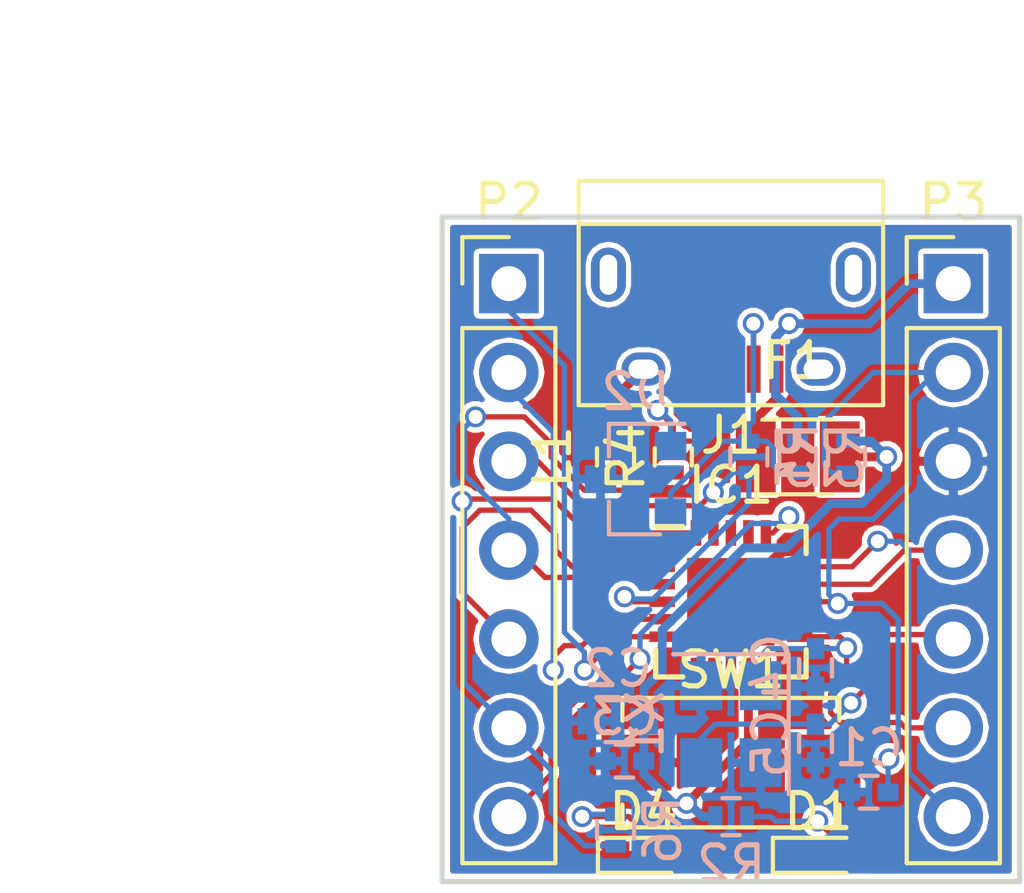
<source format=kicad_pcb>
(kicad_pcb (version 4) (host pcbnew 4.0.6-e0-6349~53~ubuntu16.04.1)

  (general
    (links 59)
    (no_connects 3)
    (area 152.150001 102.3 184.590734 128.6274)
    (thickness 1)
    (drawings 6)
    (tracks 234)
    (zones 0)
    (modules 22)
    (nets 22)
  )

  (page A4)
  (layers
    (0 F.Cu signal)
    (31 B.Cu signal)
    (32 B.Adhes user)
    (33 F.Adhes user)
    (34 B.Paste user)
    (35 F.Paste user)
    (36 B.SilkS user hide)
    (37 F.SilkS user)
    (38 B.Mask user)
    (39 F.Mask user)
    (40 Dwgs.User user)
    (41 Cmts.User user)
    (42 Eco1.User user)
    (43 Eco2.User user)
    (44 Edge.Cuts user)
    (45 Margin user)
    (46 B.CrtYd user)
    (47 F.CrtYd user)
    (48 B.Fab user hide)
    (49 F.Fab user hide)
  )

  (setup
    (last_trace_width 0.1524)
    (trace_clearance 0.1524)
    (zone_clearance 0.1524)
    (zone_45_only no)
    (trace_min 0.14986)
    (segment_width 0.2)
    (edge_width 0.15)
    (via_size 0.6)
    (via_drill 0.4)
    (via_min_size 0.4)
    (via_min_drill 0.3)
    (uvia_size 0.3)
    (uvia_drill 0.1)
    (uvias_allowed no)
    (uvia_min_size 0)
    (uvia_min_drill 0)
    (pcb_text_width 0.3)
    (pcb_text_size 1.5 1.5)
    (mod_edge_width 0.15)
    (mod_text_size 1 1)
    (mod_text_width 0.15)
    (pad_size 1.4 1.2)
    (pad_drill 0)
    (pad_to_mask_clearance 0.1524)
    (pad_to_paste_clearance -0.0762)
    (aux_axis_origin 165 108)
    (grid_origin 165 108)
    (visible_elements 7FFCFF9F)
    (pcbplotparams
      (layerselection 0x00030_80000001)
      (usegerberextensions false)
      (excludeedgelayer true)
      (linewidth 0.100000)
      (plotframeref false)
      (viasonmask false)
      (mode 1)
      (useauxorigin false)
      (hpglpennumber 1)
      (hpglpenspeed 20)
      (hpglpendiameter 15)
      (hpglpenoverlay 2)
      (psnegative false)
      (psa4output false)
      (plotreference true)
      (plotvalue true)
      (plotinvisibletext false)
      (padsonsilk false)
      (subtractmaskfromsilk false)
      (outputformat 1)
      (mirror false)
      (drillshape 1)
      (scaleselection 1)
      (outputdirectory ""))
  )

  (net 0 "")
  (net 1 "Net-(C1-Pad1)")
  (net 2 GND)
  (net 3 +5V)
  (net 4 "Net-(C4-Pad1)")
  (net 5 "Net-(C5-Pad1)")
  (net 6 "Net-(IC1-Pad1)")
  (net 7 "Net-(IC1-Pad2)")
  (net 8 "Net-(IC1-Pad3)")
  (net 9 "Net-(IC1-Pad4)")
  (net 10 "Net-(IC1-Pad5)")
  (net 11 "Net-(IC1-Pad14)")
  (net 12 "Net-(IC1-Pad15)")
  (net 13 "Net-(IC1-Pad16)")
  (net 14 "Net-(IC1-Pad20)")
  (net 15 "Net-(C2-Pad1)")
  (net 16 "Net-(D1-Pad2)")
  (net 17 "Net-(D2-Pad1)")
  (net 18 "Net-(D3-Pad1)")
  (net 19 "Net-(D4-Pad2)")
  (net 20 "Net-(J1-Pad4)")
  (net 21 "Net-(J1-Pad6)")

  (net_class Default "This is the default net class."
    (clearance 0.1524)
    (trace_width 0.1524)
    (via_dia 0.6)
    (via_drill 0.4)
    (uvia_dia 0.3)
    (uvia_drill 0.1)
    (add_net "Net-(C1-Pad1)")
    (add_net "Net-(C4-Pad1)")
    (add_net "Net-(C5-Pad1)")
    (add_net "Net-(D1-Pad2)")
    (add_net "Net-(D2-Pad1)")
    (add_net "Net-(D3-Pad1)")
    (add_net "Net-(D4-Pad2)")
    (add_net "Net-(IC1-Pad1)")
    (add_net "Net-(IC1-Pad14)")
    (add_net "Net-(IC1-Pad15)")
    (add_net "Net-(IC1-Pad16)")
    (add_net "Net-(IC1-Pad2)")
    (add_net "Net-(IC1-Pad20)")
    (add_net "Net-(IC1-Pad3)")
    (add_net "Net-(IC1-Pad4)")
    (add_net "Net-(IC1-Pad5)")
    (add_net "Net-(J1-Pad4)")
  )

  (net_class PWR ""
    (clearance 0.1524)
    (trace_width 0.254)
    (via_dia 0.6)
    (via_drill 0.4)
    (uvia_dia 0.3)
    (uvia_drill 0.1)
    (add_net +5V)
    (add_net GND)
    (add_net "Net-(C2-Pad1)")
    (add_net "Net-(J1-Pad6)")
  )

  (module Capacitors_SMD:C_0603 (layer B.Cu) (tedit 58AA844E) (tstamp 5983F77E)
    (at 170.0165 122.4145 180)
    (descr "Capacitor SMD 0603, reflow soldering, AVX (see smccp.pdf)")
    (tags "capacitor 0603")
    (path /597C36FC)
    (attr smd)
    (fp_text reference C2 (at 0 1.5 180) (layer B.SilkS)
      (effects (font (size 1 1) (thickness 0.15)) (justify mirror))
    )
    (fp_text value 10u (at 0 -1.5 180) (layer B.Fab)
      (effects (font (size 1 1) (thickness 0.15)) (justify mirror))
    )
    (fp_text user %R (at 0 1.5 180) (layer B.Fab)
      (effects (font (size 1 1) (thickness 0.15)) (justify mirror))
    )
    (fp_line (start -0.8 -0.4) (end -0.8 0.4) (layer B.Fab) (width 0.1))
    (fp_line (start 0.8 -0.4) (end -0.8 -0.4) (layer B.Fab) (width 0.1))
    (fp_line (start 0.8 0.4) (end 0.8 -0.4) (layer B.Fab) (width 0.1))
    (fp_line (start -0.8 0.4) (end 0.8 0.4) (layer B.Fab) (width 0.1))
    (fp_line (start -0.35 0.6) (end 0.35 0.6) (layer B.SilkS) (width 0.12))
    (fp_line (start 0.35 -0.6) (end -0.35 -0.6) (layer B.SilkS) (width 0.12))
    (fp_line (start -1.4 0.65) (end 1.4 0.65) (layer B.CrtYd) (width 0.05))
    (fp_line (start -1.4 0.65) (end -1.4 -0.65) (layer B.CrtYd) (width 0.05))
    (fp_line (start 1.4 -0.65) (end 1.4 0.65) (layer B.CrtYd) (width 0.05))
    (fp_line (start 1.4 -0.65) (end -1.4 -0.65) (layer B.CrtYd) (width 0.05))
    (pad 1 smd rect (at -0.75 0 180) (size 0.8 0.75) (layers B.Cu B.Paste B.Mask)
      (net 15 "Net-(C2-Pad1)"))
    (pad 2 smd rect (at 0.75 0 180) (size 0.8 0.75) (layers B.Cu B.Paste B.Mask)
      (net 2 GND))
    (model Capacitors_SMD.3dshapes/C_0603.wrl
      (at (xyz 0 0 0))
      (scale (xyz 1 1 1))
      (rotate (xyz 0 0 0))
    )
  )

  (module Capacitors_SMD:C_0402 (layer B.Cu) (tedit 58AA841A) (tstamp 5983F778)
    (at 177.192 124.4465 180)
    (descr "Capacitor SMD 0402, reflow soldering, AVX (see smccp.pdf)")
    (tags "capacitor 0402")
    (path /597C3C6F)
    (attr smd)
    (fp_text reference C1 (at 0 1.27 180) (layer B.SilkS)
      (effects (font (size 1 1) (thickness 0.15)) (justify mirror))
    )
    (fp_text value 100n (at 0 -1.27 180) (layer B.Fab)
      (effects (font (size 1 1) (thickness 0.15)) (justify mirror))
    )
    (fp_text user %R (at 0 1.27 180) (layer B.Fab)
      (effects (font (size 1 1) (thickness 0.15)) (justify mirror))
    )
    (fp_line (start -0.5 -0.25) (end -0.5 0.25) (layer B.Fab) (width 0.1))
    (fp_line (start 0.5 -0.25) (end -0.5 -0.25) (layer B.Fab) (width 0.1))
    (fp_line (start 0.5 0.25) (end 0.5 -0.25) (layer B.Fab) (width 0.1))
    (fp_line (start -0.5 0.25) (end 0.5 0.25) (layer B.Fab) (width 0.1))
    (fp_line (start 0.25 0.47) (end -0.25 0.47) (layer B.SilkS) (width 0.12))
    (fp_line (start -0.25 -0.47) (end 0.25 -0.47) (layer B.SilkS) (width 0.12))
    (fp_line (start -1 0.4) (end 1 0.4) (layer B.CrtYd) (width 0.05))
    (fp_line (start -1 0.4) (end -1 -0.4) (layer B.CrtYd) (width 0.05))
    (fp_line (start 1 -0.4) (end 1 0.4) (layer B.CrtYd) (width 0.05))
    (fp_line (start 1 -0.4) (end -1 -0.4) (layer B.CrtYd) (width 0.05))
    (pad 1 smd rect (at -0.55 0 180) (size 0.6 0.5) (layers B.Cu B.Paste B.Mask)
      (net 1 "Net-(C1-Pad1)"))
    (pad 2 smd rect (at 0.55 0 180) (size 0.6 0.5) (layers B.Cu B.Paste B.Mask)
      (net 2 GND))
    (model Capacitors_SMD.3dshapes/C_0402.wrl
      (at (xyz 0 0 0))
      (scale (xyz 1 1 1))
      (rotate (xyz 0 0 0))
    )
  )

  (module Capacitors_SMD:C_0402 (layer B.Cu) (tedit 58AA841A) (tstamp 5983F784)
    (at 170.207 123.5575 180)
    (descr "Capacitor SMD 0402, reflow soldering, AVX (see smccp.pdf)")
    (tags "capacitor 0402")
    (path /597C367F)
    (attr smd)
    (fp_text reference C3 (at 0 1.27 180) (layer B.SilkS)
      (effects (font (size 1 1) (thickness 0.15)) (justify mirror))
    )
    (fp_text value 100n (at 0 -1.27 180) (layer B.Fab)
      (effects (font (size 1 1) (thickness 0.15)) (justify mirror))
    )
    (fp_text user %R (at 0 1.27 180) (layer B.Fab)
      (effects (font (size 1 1) (thickness 0.15)) (justify mirror))
    )
    (fp_line (start -0.5 -0.25) (end -0.5 0.25) (layer B.Fab) (width 0.1))
    (fp_line (start 0.5 -0.25) (end -0.5 -0.25) (layer B.Fab) (width 0.1))
    (fp_line (start 0.5 0.25) (end 0.5 -0.25) (layer B.Fab) (width 0.1))
    (fp_line (start -0.5 0.25) (end 0.5 0.25) (layer B.Fab) (width 0.1))
    (fp_line (start 0.25 0.47) (end -0.25 0.47) (layer B.SilkS) (width 0.12))
    (fp_line (start -0.25 -0.47) (end 0.25 -0.47) (layer B.SilkS) (width 0.12))
    (fp_line (start -1 0.4) (end 1 0.4) (layer B.CrtYd) (width 0.05))
    (fp_line (start -1 0.4) (end -1 -0.4) (layer B.CrtYd) (width 0.05))
    (fp_line (start 1 -0.4) (end 1 0.4) (layer B.CrtYd) (width 0.05))
    (fp_line (start 1 -0.4) (end -1 -0.4) (layer B.CrtYd) (width 0.05))
    (pad 1 smd rect (at -0.55 0 180) (size 0.6 0.5) (layers B.Cu B.Paste B.Mask)
      (net 15 "Net-(C2-Pad1)"))
    (pad 2 smd rect (at 0.55 0 180) (size 0.6 0.5) (layers B.Cu B.Paste B.Mask)
      (net 2 GND))
    (model Capacitors_SMD.3dshapes/C_0402.wrl
      (at (xyz 0 0 0))
      (scale (xyz 1 1 1))
      (rotate (xyz 0 0 0))
    )
  )

  (module Capacitors_SMD:C_0402 (layer B.Cu) (tedit 58AA841A) (tstamp 5983F78A)
    (at 175.668 120.8905 270)
    (descr "Capacitor SMD 0402, reflow soldering, AVX (see smccp.pdf)")
    (tags "capacitor 0402")
    (path /597C35E9)
    (attr smd)
    (fp_text reference C4 (at 0 1.27 270) (layer B.SilkS)
      (effects (font (size 1 1) (thickness 0.15)) (justify mirror))
    )
    (fp_text value 22p (at 0 -1.27 270) (layer B.Fab)
      (effects (font (size 1 1) (thickness 0.15)) (justify mirror))
    )
    (fp_text user %R (at 0 1.27 270) (layer B.Fab)
      (effects (font (size 1 1) (thickness 0.15)) (justify mirror))
    )
    (fp_line (start -0.5 -0.25) (end -0.5 0.25) (layer B.Fab) (width 0.1))
    (fp_line (start 0.5 -0.25) (end -0.5 -0.25) (layer B.Fab) (width 0.1))
    (fp_line (start 0.5 0.25) (end 0.5 -0.25) (layer B.Fab) (width 0.1))
    (fp_line (start -0.5 0.25) (end 0.5 0.25) (layer B.Fab) (width 0.1))
    (fp_line (start 0.25 0.47) (end -0.25 0.47) (layer B.SilkS) (width 0.12))
    (fp_line (start -0.25 -0.47) (end 0.25 -0.47) (layer B.SilkS) (width 0.12))
    (fp_line (start -1 0.4) (end 1 0.4) (layer B.CrtYd) (width 0.05))
    (fp_line (start -1 0.4) (end -1 -0.4) (layer B.CrtYd) (width 0.05))
    (fp_line (start 1 -0.4) (end 1 0.4) (layer B.CrtYd) (width 0.05))
    (fp_line (start 1 -0.4) (end -1 -0.4) (layer B.CrtYd) (width 0.05))
    (pad 1 smd rect (at -0.55 0 270) (size 0.6 0.5) (layers B.Cu B.Paste B.Mask)
      (net 4 "Net-(C4-Pad1)"))
    (pad 2 smd rect (at 0.55 0 270) (size 0.6 0.5) (layers B.Cu B.Paste B.Mask)
      (net 2 GND))
    (model Capacitors_SMD.3dshapes/C_0402.wrl
      (at (xyz 0 0 0))
      (scale (xyz 1 1 1))
      (rotate (xyz 0 0 0))
    )
  )

  (module Capacitors_SMD:C_0402 (layer B.Cu) (tedit 58AA841A) (tstamp 5983F790)
    (at 175.668 123.0495 270)
    (descr "Capacitor SMD 0402, reflow soldering, AVX (see smccp.pdf)")
    (tags "capacitor 0402")
    (path /597C364B)
    (attr smd)
    (fp_text reference C5 (at 0 1.27 270) (layer B.SilkS)
      (effects (font (size 1 1) (thickness 0.15)) (justify mirror))
    )
    (fp_text value 22p (at 0 -1.27 270) (layer B.Fab)
      (effects (font (size 1 1) (thickness 0.15)) (justify mirror))
    )
    (fp_text user %R (at 0 1.27 270) (layer B.Fab)
      (effects (font (size 1 1) (thickness 0.15)) (justify mirror))
    )
    (fp_line (start -0.5 -0.25) (end -0.5 0.25) (layer B.Fab) (width 0.1))
    (fp_line (start 0.5 -0.25) (end -0.5 -0.25) (layer B.Fab) (width 0.1))
    (fp_line (start 0.5 0.25) (end 0.5 -0.25) (layer B.Fab) (width 0.1))
    (fp_line (start -0.5 0.25) (end 0.5 0.25) (layer B.Fab) (width 0.1))
    (fp_line (start 0.25 0.47) (end -0.25 0.47) (layer B.SilkS) (width 0.12))
    (fp_line (start -0.25 -0.47) (end 0.25 -0.47) (layer B.SilkS) (width 0.12))
    (fp_line (start -1 0.4) (end 1 0.4) (layer B.CrtYd) (width 0.05))
    (fp_line (start -1 0.4) (end -1 -0.4) (layer B.CrtYd) (width 0.05))
    (fp_line (start 1 -0.4) (end 1 0.4) (layer B.CrtYd) (width 0.05))
    (fp_line (start 1 -0.4) (end -1 -0.4) (layer B.CrtYd) (width 0.05))
    (pad 1 smd rect (at -0.55 0 270) (size 0.6 0.5) (layers B.Cu B.Paste B.Mask)
      (net 5 "Net-(C5-Pad1)"))
    (pad 2 smd rect (at 0.55 0 270) (size 0.6 0.5) (layers B.Cu B.Paste B.Mask)
      (net 2 GND))
    (model Capacitors_SMD.3dshapes/C_0402.wrl
      (at (xyz 0 0 0))
      (scale (xyz 1 1 1))
      (rotate (xyz 0 0 0))
    )
  )

  (module Housings_DFN_QFN:QFN-20-1EP_4x4mm_Pitch0.5mm (layer F.Cu) (tedit 598F2ECC) (tstamp 5983F7AC)
    (at 173.25 119)
    (descr "20-Lead Plastic Quad Flat, No Lead Package (ML) - 4x4x0.9 mm Body [QFN]; (see Microchip Packaging Specification 00000049BS.pdf)")
    (tags "QFN 0.5")
    (path /597C2F4E)
    (attr smd)
    (fp_text reference IC1 (at 0 -3.33) (layer F.SilkS)
      (effects (font (size 1 1) (thickness 0.15)))
    )
    (fp_text value ATTINY84A-M (at 0 3.33) (layer F.Fab)
      (effects (font (size 1 1) (thickness 0.15)))
    )
    (fp_line (start -1 -2) (end 2 -2) (layer F.Fab) (width 0.15))
    (fp_line (start 2 -2) (end 2 2) (layer F.Fab) (width 0.15))
    (fp_line (start 2 2) (end -2 2) (layer F.Fab) (width 0.15))
    (fp_line (start -2 2) (end -2 -1) (layer F.Fab) (width 0.15))
    (fp_line (start -2 -1) (end -1 -2) (layer F.Fab) (width 0.15))
    (fp_line (start -2.6 -2.6) (end -2.6 2.6) (layer F.CrtYd) (width 0.05))
    (fp_line (start 2.6 -2.6) (end 2.6 2.6) (layer F.CrtYd) (width 0.05))
    (fp_line (start -2.6 -2.6) (end 2.6 -2.6) (layer F.CrtYd) (width 0.05))
    (fp_line (start -2.6 2.6) (end 2.6 2.6) (layer F.CrtYd) (width 0.05))
    (fp_line (start 2.15 -2.15) (end 2.15 -1.375) (layer F.SilkS) (width 0.15))
    (fp_line (start -2.15 2.15) (end -2.15 1.375) (layer F.SilkS) (width 0.15))
    (fp_line (start 2.15 2.15) (end 2.15 1.375) (layer F.SilkS) (width 0.15))
    (fp_line (start -2.15 -2.15) (end -1.375 -2.15) (layer F.SilkS) (width 0.15))
    (fp_line (start -2.15 2.15) (end -1.375 2.15) (layer F.SilkS) (width 0.15))
    (fp_line (start 2.15 2.15) (end 1.375 2.15) (layer F.SilkS) (width 0.15))
    (fp_line (start 2.15 -2.15) (end 1.375 -2.15) (layer F.SilkS) (width 0.15))
    (pad 1 smd rect (at -1.965 -1) (size 0.73 0.3) (layers F.Cu F.Paste F.Mask)
      (net 6 "Net-(IC1-Pad1)"))
    (pad 2 smd rect (at -1.965 -0.5) (size 0.73 0.3) (layers F.Cu F.Paste F.Mask)
      (net 7 "Net-(IC1-Pad2)"))
    (pad 3 smd rect (at -1.965 0) (size 0.73 0.3) (layers F.Cu F.Paste F.Mask)
      (net 8 "Net-(IC1-Pad3)"))
    (pad 4 smd rect (at -1.965 0.5) (size 0.73 0.3) (layers F.Cu F.Paste F.Mask)
      (net 9 "Net-(IC1-Pad4)"))
    (pad 5 smd rect (at -1.965 1) (size 0.73 0.3) (layers F.Cu F.Paste F.Mask)
      (net 10 "Net-(IC1-Pad5)"))
    (pad 6 smd rect (at -1 1.965 90) (size 0.73 0.3) (layers F.Cu F.Paste F.Mask))
    (pad 7 smd rect (at -0.5 1.965 90) (size 0.73 0.3) (layers F.Cu F.Paste F.Mask))
    (pad 8 smd rect (at 0 1.965 90) (size 0.73 0.3) (layers F.Cu F.Paste F.Mask)
      (net 2 GND))
    (pad 9 smd rect (at 0.5 1.965 90) (size 0.73 0.3) (layers F.Cu F.Paste F.Mask)
      (net 15 "Net-(C2-Pad1)"))
    (pad 10 smd rect (at 1 1.965 90) (size 0.73 0.3) (layers F.Cu F.Paste F.Mask))
    (pad 11 smd rect (at 1.965 1) (size 0.73 0.3) (layers F.Cu F.Paste F.Mask)
      (net 4 "Net-(C4-Pad1)"))
    (pad 12 smd rect (at 1.965 0.5) (size 0.73 0.3) (layers F.Cu F.Paste F.Mask)
      (net 5 "Net-(C5-Pad1)"))
    (pad 13 smd rect (at 1.965 0) (size 0.73 0.3) (layers F.Cu F.Paste F.Mask)
      (net 1 "Net-(C1-Pad1)"))
    (pad 14 smd rect (at 1.965 -0.5) (size 0.73 0.3) (layers F.Cu F.Paste F.Mask)
      (net 11 "Net-(IC1-Pad14)"))
    (pad 15 smd rect (at 1.965 -1) (size 0.73 0.3) (layers F.Cu F.Paste F.Mask)
      (net 12 "Net-(IC1-Pad15)"))
    (pad 16 smd rect (at 1 -1.965 90) (size 0.73 0.3) (layers F.Cu F.Paste F.Mask)
      (net 13 "Net-(IC1-Pad16)"))
    (pad 17 smd rect (at 0.5 -1.965 90) (size 0.73 0.3) (layers F.Cu F.Paste F.Mask))
    (pad 18 smd rect (at 0 -1.965 90) (size 0.73 0.3) (layers F.Cu F.Paste F.Mask))
    (pad 19 smd rect (at -0.5 -1.965 90) (size 0.73 0.3) (layers F.Cu F.Paste F.Mask))
    (pad 20 smd rect (at -1 -1.965 90) (size 0.73 0.3) (layers F.Cu F.Paste F.Mask)
      (net 14 "Net-(IC1-Pad20)"))
    (pad 21 smd rect (at 0.625 0.625) (size 1.25 1.25) (layers F.Cu F.Paste F.Mask)
      (net 2 GND) (solder_paste_margin_ratio -0.2))
    (pad 21 smd rect (at 0.625 -0.625) (size 1.25 1.25) (layers F.Cu F.Paste F.Mask)
      (net 2 GND) (solder_paste_margin_ratio -0.2))
    (pad 21 smd rect (at -0.625 0.625) (size 1.25 1.25) (layers F.Cu F.Paste F.Mask)
      (net 2 GND) (solder_paste_margin_ratio -0.2))
    (pad 21 smd rect (at -0.625 -0.625) (size 1.25 1.25) (layers F.Cu F.Paste F.Mask)
      (net 2 GND) (solder_paste_margin_ratio -0.2))
    (model ${KISYS3DMOD}/Housings_DFN_QFN.3dshapes/QFN-20-1EP_4x4mm_Pitch0.5mm.wrl
      (at (xyz 0 0 0))
      (scale (xyz 1 1 1))
      (rotate (xyz 0 0 0))
    )
  )

  (module Resistors_SMD:R_0402 (layer B.Cu) (tedit 58E0A804) (tstamp 5983F7D2)
    (at 176.557 114.858 270)
    (descr "Resistor SMD 0402, reflow soldering, Vishay (see dcrcw.pdf)")
    (tags "resistor 0402")
    (path /597C3B21)
    (attr smd)
    (fp_text reference R1 (at 0 1.35 270) (layer B.SilkS)
      (effects (font (size 1 1) (thickness 0.15)) (justify mirror))
    )
    (fp_text value 10k (at 0 -1.45 270) (layer B.Fab)
      (effects (font (size 1 1) (thickness 0.15)) (justify mirror))
    )
    (fp_text user %R (at 0 1.35 270) (layer B.Fab)
      (effects (font (size 1 1) (thickness 0.15)) (justify mirror))
    )
    (fp_line (start -0.5 -0.25) (end -0.5 0.25) (layer B.Fab) (width 0.1))
    (fp_line (start 0.5 -0.25) (end -0.5 -0.25) (layer B.Fab) (width 0.1))
    (fp_line (start 0.5 0.25) (end 0.5 -0.25) (layer B.Fab) (width 0.1))
    (fp_line (start -0.5 0.25) (end 0.5 0.25) (layer B.Fab) (width 0.1))
    (fp_line (start 0.25 0.53) (end -0.25 0.53) (layer B.SilkS) (width 0.12))
    (fp_line (start -0.25 -0.53) (end 0.25 -0.53) (layer B.SilkS) (width 0.12))
    (fp_line (start -0.8 0.45) (end 0.8 0.45) (layer B.CrtYd) (width 0.05))
    (fp_line (start -0.8 0.45) (end -0.8 -0.45) (layer B.CrtYd) (width 0.05))
    (fp_line (start 0.8 -0.45) (end 0.8 0.45) (layer B.CrtYd) (width 0.05))
    (fp_line (start 0.8 -0.45) (end -0.8 -0.45) (layer B.CrtYd) (width 0.05))
    (pad 1 smd rect (at -0.45 0 270) (size 0.4 0.6) (layers B.Cu B.Paste B.Mask)
      (net 15 "Net-(C2-Pad1)"))
    (pad 2 smd rect (at 0.45 0 270) (size 0.4 0.6) (layers B.Cu B.Paste B.Mask)
      (net 1 "Net-(C1-Pad1)"))
    (model ${KISYS3DMOD}/Resistors_SMD.3dshapes/R_0402.wrl
      (at (xyz 0 0 0))
      (scale (xyz 1 1 1))
      (rotate (xyz 0 0 0))
    )
  )

  (module Buttons_Switches_SMD:SW_SPST_EVQPE1 (layer F.Cu) (tedit 58724896) (tstamp 5983F7D8)
    (at 173.25 123.6)
    (descr "Light Touch Switch, https://industrial.panasonic.com/cdbs/www-data/pdf/ATK0000/ATK0000CE7.pdf")
    (path /597C3969)
    (attr smd)
    (fp_text reference SW1 (at 0 -2.65) (layer F.SilkS)
      (effects (font (size 1 1) (thickness 0.15)))
    )
    (fp_text value SW_PUSH (at 0 3) (layer F.Fab)
      (effects (font (size 1 1) (thickness 0.15)))
    )
    (fp_text user %R (at 0 -2.65) (layer F.Fab)
      (effects (font (size 1 1) (thickness 0.15)))
    )
    (fp_line (start 3 -1.75) (end 3 1.75) (layer F.Fab) (width 0.1))
    (fp_line (start 3 1.75) (end -3 1.75) (layer F.Fab) (width 0.1))
    (fp_line (start -3 1.75) (end -3 -1.75) (layer F.Fab) (width 0.1))
    (fp_line (start -3 -1.75) (end 3 -1.75) (layer F.Fab) (width 0.1))
    (fp_line (start -1.4 -0.7) (end 1.4 -0.7) (layer F.Fab) (width 0.1))
    (fp_line (start 1.4 -0.7) (end 1.4 0.7) (layer F.Fab) (width 0.1))
    (fp_line (start 1.4 0.7) (end -1.4 0.7) (layer F.Fab) (width 0.1))
    (fp_line (start -1.4 0.7) (end -1.4 -0.7) (layer F.Fab) (width 0.1))
    (fp_line (start -3.95 -2) (end 3.95 -2) (layer F.CrtYd) (width 0.05))
    (fp_line (start 3.95 -2) (end 3.95 2) (layer F.CrtYd) (width 0.05))
    (fp_line (start 3.95 2) (end -3.95 2) (layer F.CrtYd) (width 0.05))
    (fp_line (start -3.95 2) (end -3.95 -2) (layer F.CrtYd) (width 0.05))
    (fp_line (start 3.1 -1.85) (end 3.1 -1.2) (layer F.SilkS) (width 0.12))
    (fp_line (start 3.1 1.85) (end 3.1 1.2) (layer F.SilkS) (width 0.12))
    (fp_line (start -3.1 1.2) (end -3.1 1.85) (layer F.SilkS) (width 0.12))
    (fp_line (start -3.1 -1.85) (end -3.1 -1.2) (layer F.SilkS) (width 0.12))
    (fp_line (start 3.1 -1.85) (end -3.1 -1.85) (layer F.SilkS) (width 0.12))
    (fp_line (start -3.1 1.85) (end 3.1 1.85) (layer F.SilkS) (width 0.12))
    (pad 2 smd rect (at 2.7 0) (size 2 1.6) (layers F.Cu F.Paste F.Mask)
      (net 1 "Net-(C1-Pad1)"))
    (pad 1 smd rect (at -2.7 0) (size 2 1.6) (layers F.Cu F.Paste F.Mask)
      (net 2 GND))
    (model ${KISYS3DMOD}/Buttons_Switches_SMD.3dshapes/SW_SPST_EVQPE1.wrl
      (at (xyz 0 0 0))
      (scale (xyz 1 1 1))
      (rotate (xyz 0 0 0))
    )
  )

  (module Crystals:Crystal_SMD_3225-4pin_3.2x2.5mm (layer B.Cu) (tedit 598F312D) (tstamp 5983F7E0)
    (at 173.25 122.5 270)
    (descr "SMD Crystal SERIES SMD3225/4 http://www.txccrystal.com/images/pdf/7m-accuracy.pdf, 3.2x2.5mm^2 package")
    (tags "SMD SMT crystal")
    (path /597C2FC1)
    (attr smd)
    (fp_text reference X1 (at 0 2.45 270) (layer B.SilkS)
      (effects (font (size 1 1) (thickness 0.15)) (justify mirror))
    )
    (fp_text value CRYSTAL_SMD (at 0 -2.45 270) (layer B.Fab)
      (effects (font (size 1 1) (thickness 0.15)) (justify mirror))
    )
    (fp_text user %R (at 0 0 270) (layer B.Fab)
      (effects (font (size 0.7 0.7) (thickness 0.105)) (justify mirror))
    )
    (fp_line (start -1.6 1.25) (end -1.6 -1.25) (layer B.Fab) (width 0.1))
    (fp_line (start -1.6 -1.25) (end 1.6 -1.25) (layer B.Fab) (width 0.1))
    (fp_line (start 1.6 -1.25) (end 1.6 1.25) (layer B.Fab) (width 0.1))
    (fp_line (start 1.6 1.25) (end -1.6 1.25) (layer B.Fab) (width 0.1))
    (fp_line (start -1.6 -0.25) (end -0.6 -1.25) (layer B.Fab) (width 0.1))
    (fp_line (start -2 1.65) (end -2 -1.65) (layer B.SilkS) (width 0.12))
    (fp_line (start -2 -1.65) (end 2 -1.65) (layer B.SilkS) (width 0.12))
    (fp_line (start -2.1 1.7) (end -2.1 -1.7) (layer B.CrtYd) (width 0.05))
    (fp_line (start -2.1 -1.7) (end 2.1 -1.7) (layer B.CrtYd) (width 0.05))
    (fp_line (start 2.1 -1.7) (end 2.1 1.7) (layer B.CrtYd) (width 0.05))
    (fp_line (start 2.1 1.7) (end -2.1 1.7) (layer B.CrtYd) (width 0.05))
    (pad 1 smd rect (at -1.1 -0.85 270) (size 1.4 1.2) (layers B.Cu B.Paste B.Mask)
      (net 4 "Net-(C4-Pad1)"))
    (pad 2 smd rect (at 1.1 -0.85 270) (size 1.4 1.2) (layers B.Cu B.Paste B.Mask)
      (net 2 GND))
    (pad 3 smd rect (at 1.1 0.85 270) (size 1.4 1.2) (layers B.Cu B.Paste B.Mask)
      (net 5 "Net-(C5-Pad1)"))
    (pad 4 smd rect (at -1.1 0.85 270) (size 1.4 1.2) (layers B.Cu B.Paste B.Mask)
      (net 2 GND))
    (model ${KISYS3DMOD}/Crystals.3dshapes/Crystal_SMD_3225-4pin_3.2x2.5mm.wrl
      (at (xyz 0 0 0))
      (scale (xyz 1 1 1))
      (rotate (xyz 0 0 0))
    )
  )

  (module Pin_Headers:Pin_Header_Straight_1x07_Pitch2.54mm (layer F.Cu) (tedit 59650532) (tstamp 5983F8A9)
    (at 166.905 109.905)
    (descr "Through hole straight pin header, 1x07, 2.54mm pitch, single row")
    (tags "Through hole pin header THT 1x07 2.54mm single row")
    (path /597C4122)
    (fp_text reference P2 (at 0 -2.33) (layer F.SilkS)
      (effects (font (size 1 1) (thickness 0.15)))
    )
    (fp_text value CONN_01X07 (at 0 17.57) (layer F.Fab)
      (effects (font (size 1 1) (thickness 0.15)))
    )
    (fp_line (start -0.635 -1.27) (end 1.27 -1.27) (layer F.Fab) (width 0.1))
    (fp_line (start 1.27 -1.27) (end 1.27 16.51) (layer F.Fab) (width 0.1))
    (fp_line (start 1.27 16.51) (end -1.27 16.51) (layer F.Fab) (width 0.1))
    (fp_line (start -1.27 16.51) (end -1.27 -0.635) (layer F.Fab) (width 0.1))
    (fp_line (start -1.27 -0.635) (end -0.635 -1.27) (layer F.Fab) (width 0.1))
    (fp_line (start -1.33 16.57) (end 1.33 16.57) (layer F.SilkS) (width 0.12))
    (fp_line (start -1.33 1.27) (end -1.33 16.57) (layer F.SilkS) (width 0.12))
    (fp_line (start 1.33 1.27) (end 1.33 16.57) (layer F.SilkS) (width 0.12))
    (fp_line (start -1.33 1.27) (end 1.33 1.27) (layer F.SilkS) (width 0.12))
    (fp_line (start -1.33 0) (end -1.33 -1.33) (layer F.SilkS) (width 0.12))
    (fp_line (start -1.33 -1.33) (end 0 -1.33) (layer F.SilkS) (width 0.12))
    (fp_line (start -1.8 -1.8) (end -1.8 17.05) (layer F.CrtYd) (width 0.05))
    (fp_line (start -1.8 17.05) (end 1.8 17.05) (layer F.CrtYd) (width 0.05))
    (fp_line (start 1.8 17.05) (end 1.8 -1.8) (layer F.CrtYd) (width 0.05))
    (fp_line (start 1.8 -1.8) (end -1.8 -1.8) (layer F.CrtYd) (width 0.05))
    (fp_text user %R (at 0 7.62 90) (layer F.Fab)
      (effects (font (size 1 1) (thickness 0.15)))
    )
    (pad 1 thru_hole rect (at 0 0) (size 1.7 1.7) (drill 1) (layers *.Cu *.Mask)
      (net 10 "Net-(IC1-Pad5)"))
    (pad 2 thru_hole oval (at 0 2.54) (size 1.7 1.7) (drill 1) (layers *.Cu *.Mask)
      (net 9 "Net-(IC1-Pad4)"))
    (pad 3 thru_hole oval (at 0 5.08) (size 1.7 1.7) (drill 1) (layers *.Cu *.Mask)
      (net 8 "Net-(IC1-Pad3)"))
    (pad 4 thru_hole oval (at 0 7.62) (size 1.7 1.7) (drill 1) (layers *.Cu *.Mask)
      (net 7 "Net-(IC1-Pad2)"))
    (pad 5 thru_hole oval (at 0 10.16) (size 1.7 1.7) (drill 1) (layers *.Cu *.Mask)
      (net 6 "Net-(IC1-Pad1)"))
    (pad 6 thru_hole oval (at 0 12.7) (size 1.7 1.7) (drill 1) (layers *.Cu *.Mask)
      (net 14 "Net-(IC1-Pad20)"))
    (pad 7 thru_hole oval (at 0 15.24) (size 1.7 1.7) (drill 1) (layers *.Cu *.Mask)
      (net 13 "Net-(IC1-Pad16)"))
  )

  (module Pin_Headers:Pin_Header_Straight_1x07_Pitch2.54mm (layer F.Cu) (tedit 59650532) (tstamp 5983F8B3)
    (at 179.605 109.905)
    (descr "Through hole straight pin header, 1x07, 2.54mm pitch, single row")
    (tags "Through hole pin header THT 1x07 2.54mm single row")
    (path /597C41B4)
    (fp_text reference P3 (at 0 -2.33) (layer F.SilkS)
      (effects (font (size 1 1) (thickness 0.15)))
    )
    (fp_text value CONN_01X07 (at 0 17.57) (layer F.Fab)
      (effects (font (size 1 1) (thickness 0.15)))
    )
    (fp_line (start -0.635 -1.27) (end 1.27 -1.27) (layer F.Fab) (width 0.1))
    (fp_line (start 1.27 -1.27) (end 1.27 16.51) (layer F.Fab) (width 0.1))
    (fp_line (start 1.27 16.51) (end -1.27 16.51) (layer F.Fab) (width 0.1))
    (fp_line (start -1.27 16.51) (end -1.27 -0.635) (layer F.Fab) (width 0.1))
    (fp_line (start -1.27 -0.635) (end -0.635 -1.27) (layer F.Fab) (width 0.1))
    (fp_line (start -1.33 16.57) (end 1.33 16.57) (layer F.SilkS) (width 0.12))
    (fp_line (start -1.33 1.27) (end -1.33 16.57) (layer F.SilkS) (width 0.12))
    (fp_line (start 1.33 1.27) (end 1.33 16.57) (layer F.SilkS) (width 0.12))
    (fp_line (start -1.33 1.27) (end 1.33 1.27) (layer F.SilkS) (width 0.12))
    (fp_line (start -1.33 0) (end -1.33 -1.33) (layer F.SilkS) (width 0.12))
    (fp_line (start -1.33 -1.33) (end 0 -1.33) (layer F.SilkS) (width 0.12))
    (fp_line (start -1.8 -1.8) (end -1.8 17.05) (layer F.CrtYd) (width 0.05))
    (fp_line (start -1.8 17.05) (end 1.8 17.05) (layer F.CrtYd) (width 0.05))
    (fp_line (start 1.8 17.05) (end 1.8 -1.8) (layer F.CrtYd) (width 0.05))
    (fp_line (start 1.8 -1.8) (end -1.8 -1.8) (layer F.CrtYd) (width 0.05))
    (fp_text user %R (at 0 7.62 90) (layer F.Fab)
      (effects (font (size 1 1) (thickness 0.15)))
    )
    (pad 1 thru_hole rect (at 0 0) (size 1.7 1.7) (drill 1) (layers *.Cu *.Mask)
      (net 3 +5V))
    (pad 2 thru_hole oval (at 0 2.54) (size 1.7 1.7) (drill 1) (layers *.Cu *.Mask)
      (net 1 "Net-(C1-Pad1)"))
    (pad 3 thru_hole oval (at 0 5.08) (size 1.7 1.7) (drill 1) (layers *.Cu *.Mask)
      (net 2 GND))
    (pad 4 thru_hole oval (at 0 7.62) (size 1.7 1.7) (drill 1) (layers *.Cu *.Mask)
      (net 11 "Net-(IC1-Pad14)"))
    (pad 5 thru_hole oval (at 0 10.16) (size 1.7 1.7) (drill 1) (layers *.Cu *.Mask)
      (net 5 "Net-(C5-Pad1)"))
    (pad 6 thru_hole oval (at 0 12.7) (size 1.7 1.7) (drill 1) (layers *.Cu *.Mask)
      (net 4 "Net-(C4-Pad1)"))
    (pad 7 thru_hole oval (at 0 15.24) (size 1.7 1.7) (drill 1) (layers *.Cu *.Mask)
      (net 12 "Net-(IC1-Pad15)"))
  )

  (module LEDs:LED_0603 (layer F.Cu) (tedit 57FE93A5) (tstamp 5983A8C5)
    (at 175.75 126.25)
    (descr "LED 0603 smd package")
    (tags "LED led 0603 SMD smd SMT smt smdled SMDLED smtled SMTLED")
    (path /5983DC72)
    (attr smd)
    (fp_text reference D1 (at 0 -1.25) (layer F.SilkS)
      (effects (font (size 1 1) (thickness 0.15)))
    )
    (fp_text value LED (at 0 1.35) (layer F.Fab)
      (effects (font (size 1 1) (thickness 0.15)))
    )
    (fp_line (start -1.3 -0.5) (end -1.3 0.5) (layer F.SilkS) (width 0.12))
    (fp_line (start -0.2 -0.2) (end -0.2 0.2) (layer F.Fab) (width 0.1))
    (fp_line (start -0.15 0) (end 0.15 -0.2) (layer F.Fab) (width 0.1))
    (fp_line (start 0.15 0.2) (end -0.15 0) (layer F.Fab) (width 0.1))
    (fp_line (start 0.15 -0.2) (end 0.15 0.2) (layer F.Fab) (width 0.1))
    (fp_line (start 0.8 0.4) (end -0.8 0.4) (layer F.Fab) (width 0.1))
    (fp_line (start 0.8 -0.4) (end 0.8 0.4) (layer F.Fab) (width 0.1))
    (fp_line (start -0.8 -0.4) (end 0.8 -0.4) (layer F.Fab) (width 0.1))
    (fp_line (start -0.8 0.4) (end -0.8 -0.4) (layer F.Fab) (width 0.1))
    (fp_line (start -1.3 0.5) (end 0.8 0.5) (layer F.SilkS) (width 0.12))
    (fp_line (start -1.3 -0.5) (end 0.8 -0.5) (layer F.SilkS) (width 0.12))
    (fp_line (start 1.45 -0.65) (end 1.45 0.65) (layer F.CrtYd) (width 0.05))
    (fp_line (start 1.45 0.65) (end -1.45 0.65) (layer F.CrtYd) (width 0.05))
    (fp_line (start -1.45 0.65) (end -1.45 -0.65) (layer F.CrtYd) (width 0.05))
    (fp_line (start -1.45 -0.65) (end 1.45 -0.65) (layer F.CrtYd) (width 0.05))
    (pad 2 smd rect (at 0.8 0 180) (size 0.8 0.8) (layers F.Cu F.Paste F.Mask)
      (net 16 "Net-(D1-Pad2)"))
    (pad 1 smd rect (at -0.8 0 180) (size 0.8 0.8) (layers F.Cu F.Paste F.Mask)
      (net 2 GND))
    (model ${KISYS3DMOD}/LEDs.3dshapes/LED_0603.wrl
      (at (xyz 0 0 0))
      (scale (xyz 1 1 1))
      (rotate (xyz 0 0 180))
    )
  )

  (module Diodes_SMD:D_SOT-23_NKA (layer B.Cu) (tedit 598C8C2A) (tstamp 5983A8CC)
    (at 170.5245 115.493 180)
    (descr "SOT-23, Single Diode")
    (tags SOT-23)
    (path /5983B6FE)
    (attr smd)
    (fp_text reference D2 (at 0 2.5 180) (layer B.SilkS)
      (effects (font (size 1 1) (thickness 0.15)) (justify mirror))
    )
    (fp_text value D_3V6 (at 0 -2.5 180) (layer B.Fab)
      (effects (font (size 1 1) (thickness 0.15)) (justify mirror))
    )
    (fp_text user %R (at 0 2.5 180) (layer B.Fab)
      (effects (font (size 1 1) (thickness 0.15)) (justify mirror))
    )
    (fp_line (start 0.15 -0.45) (end 0.4 -0.45) (layer B.Fab) (width 0.1))
    (fp_line (start 0.15 -0.25) (end -0.15 -0.45) (layer B.Fab) (width 0.1))
    (fp_line (start 0.15 -0.65) (end 0.15 -0.25) (layer B.Fab) (width 0.1))
    (fp_line (start -0.15 -0.45) (end 0.15 -0.65) (layer B.Fab) (width 0.1))
    (fp_line (start -0.15 -0.45) (end -0.4 -0.45) (layer B.Fab) (width 0.1))
    (fp_line (start -0.15 -0.65) (end -0.15 -0.25) (layer B.Fab) (width 0.1))
    (fp_line (start 0.76 -1.58) (end 0.76 -0.65) (layer B.SilkS) (width 0.12))
    (fp_line (start 0.76 1.58) (end 0.76 0.65) (layer B.SilkS) (width 0.12))
    (fp_line (start 0.7 1.52) (end 0.7 -1.52) (layer B.Fab) (width 0.1))
    (fp_line (start -0.7 -1.52) (end 0.7 -1.52) (layer B.Fab) (width 0.1))
    (fp_line (start -1.7 1.75) (end 1.7 1.75) (layer B.CrtYd) (width 0.05))
    (fp_line (start 1.7 1.75) (end 1.7 -1.75) (layer B.CrtYd) (width 0.05))
    (fp_line (start 1.7 -1.75) (end -1.7 -1.75) (layer B.CrtYd) (width 0.05))
    (fp_line (start -1.7 -1.75) (end -1.7 1.75) (layer B.CrtYd) (width 0.05))
    (fp_line (start 0.76 1.58) (end -1.4 1.58) (layer B.SilkS) (width 0.12))
    (fp_line (start -0.7 1.52) (end 0.7 1.52) (layer B.Fab) (width 0.1))
    (fp_line (start -0.7 1.52) (end -0.7 -1.52) (layer B.Fab) (width 0.1))
    (fp_line (start 0.76 -1.58) (end -0.7 -1.58) (layer B.SilkS) (width 0.12))
    (pad 3 smd rect (at -1 0.95 180) (size 0.9 0.8) (layers B.Cu B.Paste B.Mask)
      (net 18 "Net-(D3-Pad1)"))
    (pad 1 smd rect (at -1 -0.95 180) (size 0.9 0.8) (layers B.Cu B.Paste B.Mask)
      (net 17 "Net-(D2-Pad1)"))
    (pad 2 smd rect (at 1 0 180) (size 0.9 0.8) (layers B.Cu B.Paste B.Mask)
      (net 2 GND))
    (model ${KISYS3DMOD}/Diodes_SMD.3dshapes/D_SOT-23.wrl
      (at (xyz 0 0 0))
      (scale (xyz 1 1 1))
      (rotate (xyz 0 0 0))
    )
  )

  (module LEDs:LED_0603 (layer F.Cu) (tedit 57FE93A5) (tstamp 5983A8D9)
    (at 170.75 126.25)
    (descr "LED 0603 smd package")
    (tags "LED led 0603 SMD smd SMT smt smdled SMDLED smtled SMTLED")
    (path /5983EA78)
    (attr smd)
    (fp_text reference D4 (at 0 -1.25) (layer F.SilkS)
      (effects (font (size 1 1) (thickness 0.15)))
    )
    (fp_text value LED (at 0 1.35) (layer F.Fab)
      (effects (font (size 1 1) (thickness 0.15)))
    )
    (fp_line (start -1.3 -0.5) (end -1.3 0.5) (layer F.SilkS) (width 0.12))
    (fp_line (start -0.2 -0.2) (end -0.2 0.2) (layer F.Fab) (width 0.1))
    (fp_line (start -0.15 0) (end 0.15 -0.2) (layer F.Fab) (width 0.1))
    (fp_line (start 0.15 0.2) (end -0.15 0) (layer F.Fab) (width 0.1))
    (fp_line (start 0.15 -0.2) (end 0.15 0.2) (layer F.Fab) (width 0.1))
    (fp_line (start 0.8 0.4) (end -0.8 0.4) (layer F.Fab) (width 0.1))
    (fp_line (start 0.8 -0.4) (end 0.8 0.4) (layer F.Fab) (width 0.1))
    (fp_line (start -0.8 -0.4) (end 0.8 -0.4) (layer F.Fab) (width 0.1))
    (fp_line (start -0.8 0.4) (end -0.8 -0.4) (layer F.Fab) (width 0.1))
    (fp_line (start -1.3 0.5) (end 0.8 0.5) (layer F.SilkS) (width 0.12))
    (fp_line (start -1.3 -0.5) (end 0.8 -0.5) (layer F.SilkS) (width 0.12))
    (fp_line (start 1.45 -0.65) (end 1.45 0.65) (layer F.CrtYd) (width 0.05))
    (fp_line (start 1.45 0.65) (end -1.45 0.65) (layer F.CrtYd) (width 0.05))
    (fp_line (start -1.45 0.65) (end -1.45 -0.65) (layer F.CrtYd) (width 0.05))
    (fp_line (start -1.45 -0.65) (end 1.45 -0.65) (layer F.CrtYd) (width 0.05))
    (pad 2 smd rect (at 0.8 0 180) (size 0.8 0.8) (layers F.Cu F.Paste F.Mask)
      (net 19 "Net-(D4-Pad2)"))
    (pad 1 smd rect (at -0.8 0 180) (size 0.8 0.8) (layers F.Cu F.Paste F.Mask)
      (net 2 GND))
    (model ${KISYS3DMOD}/LEDs.3dshapes/LED_0603.wrl
      (at (xyz 0 0 0))
      (scale (xyz 1 1 1))
      (rotate (xyz 0 0 180))
    )
  )

  (module Fuse_Holders_and_Fuses:Fuse_SMD1206_Reflow (layer F.Cu) (tedit 0) (tstamp 5983A8DF)
    (at 175.16 114.858)
    (descr "Fuse, Sicherung, SMD1206, Littlefuse-Wickmann, Reflow,")
    (tags "Fuse Sicherung SMD1206 Littlefuse-Wickmann Reflow ")
    (path /5983ACC9)
    (attr smd)
    (fp_text reference F1 (at -0.1 -2.75) (layer F.SilkS)
      (effects (font (size 1 1) (thickness 0.15)))
    )
    (fp_text value Polyfuse_Small (at -0.45 3.2) (layer F.Fab)
      (effects (font (size 1 1) (thickness 0.15)))
    )
    (fp_line (start -1.6 0.8) (end -1.6 -0.8) (layer F.Fab) (width 0.1))
    (fp_line (start 1.6 0.8) (end -1.6 0.8) (layer F.Fab) (width 0.1))
    (fp_line (start 1.6 -0.8) (end 1.6 0.8) (layer F.Fab) (width 0.1))
    (fp_line (start -1.6 -0.8) (end 1.6 -0.8) (layer F.Fab) (width 0.1))
    (fp_line (start 1 1.07) (end -1 1.07) (layer F.SilkS) (width 0.12))
    (fp_line (start -1 -1.07) (end 1 -1.07) (layer F.SilkS) (width 0.12))
    (fp_line (start -2.47 -1.05) (end 2.47 -1.05) (layer F.CrtYd) (width 0.05))
    (fp_line (start -2.47 -1.05) (end -2.47 1.05) (layer F.CrtYd) (width 0.05))
    (fp_line (start 2.47 1.05) (end 2.47 -1.05) (layer F.CrtYd) (width 0.05))
    (fp_line (start 2.47 1.05) (end -2.47 1.05) (layer F.CrtYd) (width 0.05))
    (pad 1 smd rect (at -1.2 0 90) (size 2.03 1.14) (layers F.Cu F.Paste F.Mask)
      (net 3 +5V))
    (pad 2 smd rect (at 1.2 0 90) (size 2.03 1.14) (layers F.Cu F.Paste F.Mask)
      (net 15 "Net-(C2-Pad1)"))
  )

  (module Connectors:USB_Micro-B (layer F.Cu) (tedit 5543E447) (tstamp 5983A8EC)
    (at 173.25 111 180)
    (descr "Micro USB Type B Receptacle")
    (tags "USB USB_B USB_micro USB_OTG")
    (path /598393DF)
    (attr smd)
    (fp_text reference J1 (at 0 -3.24 180) (layer F.SilkS)
      (effects (font (size 1 1) (thickness 0.15)))
    )
    (fp_text value USB_OTG (at 0 5.01 180) (layer F.Fab)
      (effects (font (size 1 1) (thickness 0.15)))
    )
    (fp_line (start -4.6 -2.59) (end 4.6 -2.59) (layer F.CrtYd) (width 0.05))
    (fp_line (start 4.6 -2.59) (end 4.6 4.26) (layer F.CrtYd) (width 0.05))
    (fp_line (start 4.6 4.26) (end -4.6 4.26) (layer F.CrtYd) (width 0.05))
    (fp_line (start -4.6 4.26) (end -4.6 -2.59) (layer F.CrtYd) (width 0.05))
    (fp_line (start -4.35 4.03) (end 4.35 4.03) (layer F.SilkS) (width 0.12))
    (fp_line (start -4.35 -2.38) (end 4.35 -2.38) (layer F.SilkS) (width 0.12))
    (fp_line (start 4.35 -2.38) (end 4.35 4.03) (layer F.SilkS) (width 0.12))
    (fp_line (start 4.35 2.8) (end -4.35 2.8) (layer F.SilkS) (width 0.12))
    (fp_line (start -4.35 4.03) (end -4.35 -2.38) (layer F.SilkS) (width 0.12))
    (pad 1 smd rect (at -1.3 -1.35 270) (size 1.35 0.4) (layers F.Cu F.Paste F.Mask)
      (net 3 +5V))
    (pad 2 smd rect (at -0.65 -1.35 270) (size 1.35 0.4) (layers F.Cu F.Paste F.Mask)
      (net 17 "Net-(D2-Pad1)"))
    (pad 3 smd rect (at 0 -1.35 270) (size 1.35 0.4) (layers F.Cu F.Paste F.Mask)
      (net 18 "Net-(D3-Pad1)"))
    (pad 4 smd rect (at 0.65 -1.35 270) (size 1.35 0.4) (layers F.Cu F.Paste F.Mask)
      (net 20 "Net-(J1-Pad4)"))
    (pad 5 smd rect (at 1.3 -1.35 270) (size 1.35 0.4) (layers F.Cu F.Paste F.Mask)
      (net 2 GND))
    (pad 6 thru_hole oval (at -2.5 -1.35 270) (size 0.95 1.25) (drill oval 0.55 0.85) (layers *.Cu *.Mask)
      (net 21 "Net-(J1-Pad6)"))
    (pad 6 thru_hole oval (at 2.5 -1.35 270) (size 0.95 1.25) (drill oval 0.55 0.85) (layers *.Cu *.Mask)
      (net 21 "Net-(J1-Pad6)"))
    (pad 6 thru_hole oval (at -3.5 1.35 270) (size 1.55 1) (drill oval 1.15 0.5) (layers *.Cu *.Mask)
      (net 21 "Net-(J1-Pad6)"))
    (pad 6 thru_hole oval (at 3.5 1.35 270) (size 1.55 1) (drill oval 1.15 0.5) (layers *.Cu *.Mask)
      (net 21 "Net-(J1-Pad6)"))
  )

  (module Inductors_SMD:L_0402 (layer F.Cu) (tedit 58307A8A) (tstamp 5983A8F2)
    (at 169.953 114.858 90)
    (descr "Resistor SMD 0402, reflow soldering, Vishay (see dcrcw.pdf)")
    (tags "resistor 0402")
    (path /5983AAE7)
    (attr smd)
    (fp_text reference L1 (at 0 -1.8 90) (layer F.SilkS)
      (effects (font (size 1 1) (thickness 0.15)))
    )
    (fp_text value Ferrite_Bead_Small (at 0 1.8 90) (layer F.Fab)
      (effects (font (size 1 1) (thickness 0.15)))
    )
    (fp_line (start -0.5 0.25) (end -0.5 -0.25) (layer F.Fab) (width 0.1))
    (fp_line (start 0.5 0.25) (end -0.5 0.25) (layer F.Fab) (width 0.1))
    (fp_line (start 0.5 -0.25) (end 0.5 0.25) (layer F.Fab) (width 0.1))
    (fp_line (start -0.5 -0.25) (end 0.5 -0.25) (layer F.Fab) (width 0.1))
    (fp_line (start -0.95 -0.65) (end 0.95 -0.65) (layer F.CrtYd) (width 0.05))
    (fp_line (start -0.95 0.65) (end 0.95 0.65) (layer F.CrtYd) (width 0.05))
    (fp_line (start -0.95 -0.65) (end -0.95 0.65) (layer F.CrtYd) (width 0.05))
    (fp_line (start 0.95 -0.65) (end 0.95 0.65) (layer F.CrtYd) (width 0.05))
    (fp_line (start 0.25 -0.53) (end -0.25 -0.53) (layer F.SilkS) (width 0.12))
    (fp_line (start -0.25 0.53) (end 0.25 0.53) (layer F.SilkS) (width 0.12))
    (pad 1 smd rect (at -0.45 0 90) (size 0.4 0.6) (layers F.Cu F.Paste F.Mask)
      (net 2 GND))
    (pad 2 smd rect (at 0.45 0 90) (size 0.4 0.6) (layers F.Cu F.Paste F.Mask)
      (net 21 "Net-(J1-Pad6)"))
    (model ${KISYS3DMOD}/Inductors_SMD.3dshapes\L_0402.wrl
      (at (xyz 0 0 0))
      (scale (xyz 1 1 1))
      (rotate (xyz 0 0 0))
    )
  )

  (module Resistors_SMD:R_0402 (layer B.Cu) (tedit 58E0A804) (tstamp 5983A8F8)
    (at 173.255 125.145)
    (descr "Resistor SMD 0402, reflow soldering, Vishay (see dcrcw.pdf)")
    (tags "resistor 0402")
    (path /5983E119)
    (attr smd)
    (fp_text reference R2 (at 0 1.35) (layer B.SilkS)
      (effects (font (size 1 1) (thickness 0.15)) (justify mirror))
    )
    (fp_text value 1k (at 0 -1.45) (layer B.Fab)
      (effects (font (size 1 1) (thickness 0.15)) (justify mirror))
    )
    (fp_text user %R (at 0 1.35) (layer B.Fab)
      (effects (font (size 1 1) (thickness 0.15)) (justify mirror))
    )
    (fp_line (start -0.5 -0.25) (end -0.5 0.25) (layer B.Fab) (width 0.1))
    (fp_line (start 0.5 -0.25) (end -0.5 -0.25) (layer B.Fab) (width 0.1))
    (fp_line (start 0.5 0.25) (end 0.5 -0.25) (layer B.Fab) (width 0.1))
    (fp_line (start -0.5 0.25) (end 0.5 0.25) (layer B.Fab) (width 0.1))
    (fp_line (start 0.25 0.53) (end -0.25 0.53) (layer B.SilkS) (width 0.12))
    (fp_line (start -0.25 -0.53) (end 0.25 -0.53) (layer B.SilkS) (width 0.12))
    (fp_line (start -0.8 0.45) (end 0.8 0.45) (layer B.CrtYd) (width 0.05))
    (fp_line (start -0.8 0.45) (end -0.8 -0.45) (layer B.CrtYd) (width 0.05))
    (fp_line (start 0.8 -0.45) (end 0.8 0.45) (layer B.CrtYd) (width 0.05))
    (fp_line (start 0.8 -0.45) (end -0.8 -0.45) (layer B.CrtYd) (width 0.05))
    (pad 1 smd rect (at -0.45 0) (size 0.4 0.6) (layers B.Cu B.Paste B.Mask)
      (net 15 "Net-(C2-Pad1)"))
    (pad 2 smd rect (at 0.45 0) (size 0.4 0.6) (layers B.Cu B.Paste B.Mask)
      (net 16 "Net-(D1-Pad2)"))
    (model ${KISYS3DMOD}/Resistors_SMD.3dshapes/R_0402.wrl
      (at (xyz 0 0 0))
      (scale (xyz 1 1 1))
      (rotate (xyz 0 0 0))
    )
  )

  (module Resistors_SMD:R_0402 (layer B.Cu) (tedit 58E0A804) (tstamp 5983A8FE)
    (at 175.16 114.858 90)
    (descr "Resistor SMD 0402, reflow soldering, Vishay (see dcrcw.pdf)")
    (tags "resistor 0402")
    (path /5983EDBA)
    (attr smd)
    (fp_text reference R3 (at 0 1.35 90) (layer B.SilkS)
      (effects (font (size 1 1) (thickness 0.15)) (justify mirror))
    )
    (fp_text value 1.5K (at 0 -1.45 90) (layer B.Fab)
      (effects (font (size 1 1) (thickness 0.15)) (justify mirror))
    )
    (fp_text user %R (at 0 1.35 90) (layer B.Fab)
      (effects (font (size 1 1) (thickness 0.15)) (justify mirror))
    )
    (fp_line (start -0.5 -0.25) (end -0.5 0.25) (layer B.Fab) (width 0.1))
    (fp_line (start 0.5 -0.25) (end -0.5 -0.25) (layer B.Fab) (width 0.1))
    (fp_line (start 0.5 0.25) (end 0.5 -0.25) (layer B.Fab) (width 0.1))
    (fp_line (start -0.5 0.25) (end 0.5 0.25) (layer B.Fab) (width 0.1))
    (fp_line (start 0.25 0.53) (end -0.25 0.53) (layer B.SilkS) (width 0.12))
    (fp_line (start -0.25 -0.53) (end 0.25 -0.53) (layer B.SilkS) (width 0.12))
    (fp_line (start -0.8 0.45) (end 0.8 0.45) (layer B.CrtYd) (width 0.05))
    (fp_line (start -0.8 0.45) (end -0.8 -0.45) (layer B.CrtYd) (width 0.05))
    (fp_line (start 0.8 -0.45) (end 0.8 0.45) (layer B.CrtYd) (width 0.05))
    (fp_line (start 0.8 -0.45) (end -0.8 -0.45) (layer B.CrtYd) (width 0.05))
    (pad 1 smd rect (at -0.45 0 90) (size 0.4 0.6) (layers B.Cu B.Paste B.Mask)
      (net 17 "Net-(D2-Pad1)"))
    (pad 2 smd rect (at 0.45 0 90) (size 0.4 0.6) (layers B.Cu B.Paste B.Mask)
      (net 3 +5V))
    (model ${KISYS3DMOD}/Resistors_SMD.3dshapes/R_0402.wrl
      (at (xyz 0 0 0))
      (scale (xyz 1 1 1))
      (rotate (xyz 0 0 0))
    )
  )

  (module Resistors_SMD:R_0402 (layer F.Cu) (tedit 58E0A804) (tstamp 5983A904)
    (at 171.604 114.858 90)
    (descr "Resistor SMD 0402, reflow soldering, Vishay (see dcrcw.pdf)")
    (tags "resistor 0402")
    (path /5983C567)
    (attr smd)
    (fp_text reference R4 (at 0 -1.35 90) (layer F.SilkS)
      (effects (font (size 1 1) (thickness 0.15)))
    )
    (fp_text value 68 (at 0 1.45 90) (layer F.Fab)
      (effects (font (size 1 1) (thickness 0.15)))
    )
    (fp_text user %R (at 0 -1.35 90) (layer F.Fab)
      (effects (font (size 1 1) (thickness 0.15)))
    )
    (fp_line (start -0.5 0.25) (end -0.5 -0.25) (layer F.Fab) (width 0.1))
    (fp_line (start 0.5 0.25) (end -0.5 0.25) (layer F.Fab) (width 0.1))
    (fp_line (start 0.5 -0.25) (end 0.5 0.25) (layer F.Fab) (width 0.1))
    (fp_line (start -0.5 -0.25) (end 0.5 -0.25) (layer F.Fab) (width 0.1))
    (fp_line (start 0.25 -0.53) (end -0.25 -0.53) (layer F.SilkS) (width 0.12))
    (fp_line (start -0.25 0.53) (end 0.25 0.53) (layer F.SilkS) (width 0.12))
    (fp_line (start -0.8 -0.45) (end 0.8 -0.45) (layer F.CrtYd) (width 0.05))
    (fp_line (start -0.8 -0.45) (end -0.8 0.45) (layer F.CrtYd) (width 0.05))
    (fp_line (start 0.8 0.45) (end 0.8 -0.45) (layer F.CrtYd) (width 0.05))
    (fp_line (start 0.8 0.45) (end -0.8 0.45) (layer F.CrtYd) (width 0.05))
    (pad 1 smd rect (at -0.45 0 90) (size 0.4 0.6) (layers F.Cu F.Paste F.Mask)
      (net 7 "Net-(IC1-Pad2)"))
    (pad 2 smd rect (at 0.45 0 90) (size 0.4 0.6) (layers F.Cu F.Paste F.Mask)
      (net 18 "Net-(D3-Pad1)"))
    (model ${KISYS3DMOD}/Resistors_SMD.3dshapes/R_0402.wrl
      (at (xyz 0 0 0))
      (scale (xyz 1 1 1))
      (rotate (xyz 0 0 0))
    )
  )

  (module Resistors_SMD:R_0402 (layer B.Cu) (tedit 58E0A804) (tstamp 5983A90A)
    (at 173.763 114.858 90)
    (descr "Resistor SMD 0402, reflow soldering, Vishay (see dcrcw.pdf)")
    (tags "resistor 0402")
    (path /5983C61B)
    (attr smd)
    (fp_text reference R5 (at 0 1.35 90) (layer B.SilkS)
      (effects (font (size 1 1) (thickness 0.15)) (justify mirror))
    )
    (fp_text value 68 (at 0 -1.45 90) (layer B.Fab)
      (effects (font (size 1 1) (thickness 0.15)) (justify mirror))
    )
    (fp_text user %R (at 0 1.35 90) (layer B.Fab)
      (effects (font (size 1 1) (thickness 0.15)) (justify mirror))
    )
    (fp_line (start -0.5 -0.25) (end -0.5 0.25) (layer B.Fab) (width 0.1))
    (fp_line (start 0.5 -0.25) (end -0.5 -0.25) (layer B.Fab) (width 0.1))
    (fp_line (start 0.5 0.25) (end 0.5 -0.25) (layer B.Fab) (width 0.1))
    (fp_line (start -0.5 0.25) (end 0.5 0.25) (layer B.Fab) (width 0.1))
    (fp_line (start 0.25 0.53) (end -0.25 0.53) (layer B.SilkS) (width 0.12))
    (fp_line (start -0.25 -0.53) (end 0.25 -0.53) (layer B.SilkS) (width 0.12))
    (fp_line (start -0.8 0.45) (end 0.8 0.45) (layer B.CrtYd) (width 0.05))
    (fp_line (start -0.8 0.45) (end -0.8 -0.45) (layer B.CrtYd) (width 0.05))
    (fp_line (start 0.8 -0.45) (end 0.8 0.45) (layer B.CrtYd) (width 0.05))
    (fp_line (start 0.8 -0.45) (end -0.8 -0.45) (layer B.CrtYd) (width 0.05))
    (pad 1 smd rect (at -0.45 0 90) (size 0.4 0.6) (layers B.Cu B.Paste B.Mask)
      (net 8 "Net-(IC1-Pad3)"))
    (pad 2 smd rect (at 0.45 0 90) (size 0.4 0.6) (layers B.Cu B.Paste B.Mask)
      (net 17 "Net-(D2-Pad1)"))
    (model ${KISYS3DMOD}/Resistors_SMD.3dshapes/R_0402.wrl
      (at (xyz 0 0 0))
      (scale (xyz 1 1 1))
      (rotate (xyz 0 0 0))
    )
  )

  (module Resistors_SMD:R_0402 (layer B.Cu) (tedit 58E0A804) (tstamp 5983A910)
    (at 169.953 125.526 90)
    (descr "Resistor SMD 0402, reflow soldering, Vishay (see dcrcw.pdf)")
    (tags "resistor 0402")
    (path /5983EA7E)
    (attr smd)
    (fp_text reference R6 (at 0 1.35 90) (layer B.SilkS)
      (effects (font (size 1 1) (thickness 0.15)) (justify mirror))
    )
    (fp_text value 1k (at 0 -1.45 90) (layer B.Fab)
      (effects (font (size 1 1) (thickness 0.15)) (justify mirror))
    )
    (fp_text user %R (at 0 1.35 90) (layer B.Fab)
      (effects (font (size 1 1) (thickness 0.15)) (justify mirror))
    )
    (fp_line (start -0.5 -0.25) (end -0.5 0.25) (layer B.Fab) (width 0.1))
    (fp_line (start 0.5 -0.25) (end -0.5 -0.25) (layer B.Fab) (width 0.1))
    (fp_line (start 0.5 0.25) (end 0.5 -0.25) (layer B.Fab) (width 0.1))
    (fp_line (start -0.5 0.25) (end 0.5 0.25) (layer B.Fab) (width 0.1))
    (fp_line (start 0.25 0.53) (end -0.25 0.53) (layer B.SilkS) (width 0.12))
    (fp_line (start -0.25 -0.53) (end 0.25 -0.53) (layer B.SilkS) (width 0.12))
    (fp_line (start -0.8 0.45) (end 0.8 0.45) (layer B.CrtYd) (width 0.05))
    (fp_line (start -0.8 0.45) (end -0.8 -0.45) (layer B.CrtYd) (width 0.05))
    (fp_line (start 0.8 -0.45) (end 0.8 0.45) (layer B.CrtYd) (width 0.05))
    (fp_line (start 0.8 -0.45) (end -0.8 -0.45) (layer B.CrtYd) (width 0.05))
    (pad 1 smd rect (at -0.45 0 90) (size 0.4 0.6) (layers B.Cu B.Paste B.Mask)
      (net 14 "Net-(IC1-Pad20)"))
    (pad 2 smd rect (at 0.45 0 90) (size 0.4 0.6) (layers B.Cu B.Paste B.Mask)
      (net 19 "Net-(D4-Pad2)"))
    (model ${KISYS3DMOD}/Resistors_SMD.3dshapes/R_0402.wrl
      (at (xyz 0 0 0))
      (scale (xyz 1 1 1))
      (rotate (xyz 0 0 0))
    )
  )

  (dimension 19 (width 0.3) (layer Cmts.User)
    (gr_text "19.000 mm" (at 158.65 117.5 90) (layer Cmts.User)
      (effects (font (size 1.5 1.5) (thickness 0.3)))
    )
    (feature1 (pts (xy 165 108) (xy 157.3 108)))
    (feature2 (pts (xy 165 127) (xy 157.3 127)))
    (crossbar (pts (xy 160 127) (xy 160 108)))
    (arrow1a (pts (xy 160 108) (xy 160.586421 109.126504)))
    (arrow1b (pts (xy 160 108) (xy 159.413579 109.126504)))
    (arrow2a (pts (xy 160 127) (xy 160.586421 125.873496)))
    (arrow2b (pts (xy 160 127) (xy 159.413579 125.873496)))
  )
  (dimension 16.5 (width 0.3) (layer Cmts.User)
    (gr_text "16.500 mm" (at 173.25 103.65) (layer Cmts.User)
      (effects (font (size 1.5 1.5) (thickness 0.3)))
    )
    (feature1 (pts (xy 181.5 108) (xy 181.5 102.3)))
    (feature2 (pts (xy 165 108) (xy 165 102.3)))
    (crossbar (pts (xy 165 105) (xy 181.5 105)))
    (arrow1a (pts (xy 181.5 105) (xy 180.373496 105.586421)))
    (arrow1b (pts (xy 181.5 105) (xy 180.373496 104.413579)))
    (arrow2a (pts (xy 165 105) (xy 166.126504 105.586421)))
    (arrow2b (pts (xy 165 105) (xy 166.126504 104.413579)))
  )
  (gr_line (start 165 127) (end 165 108) (angle 90) (layer Edge.Cuts) (width 0.15))
  (gr_line (start 181.5 127) (end 165 127) (angle 90) (layer Edge.Cuts) (width 0.15))
  (gr_line (start 181.5 108) (end 181.5 127) (angle 90) (layer Edge.Cuts) (width 0.15))
  (gr_line (start 165 108) (end 181.5 108) (angle 90) (layer Edge.Cuts) (width 0.15))

  (segment (start 177.742 124.4465) (end 177.742 123.5155) (width 0.1524) (layer B.Cu) (net 1) (status 400000))
  (segment (start 177.742 123.5155) (end 177.7635 123.494) (width 0.1524) (layer B.Cu) (net 1) (tstamp 59908DD3))
  (segment (start 175.95 123.6) (end 177.6575 123.6) (width 0.1524) (layer F.Cu) (net 1))
  (segment (start 177.573 119.049) (end 176.303 119.049) (width 0.1524) (layer B.Cu) (net 1) (tstamp 598EF834))
  (segment (start 178.030198 119.506198) (end 177.573 119.049) (width 0.1524) (layer B.Cu) (net 1) (tstamp 598EF830))
  (segment (start 178.030198 123.227302) (end 178.030198 119.506198) (width 0.1524) (layer B.Cu) (net 1) (tstamp 598EF823))
  (segment (start 177.7635 123.494) (end 178.030198 123.227302) (width 0.1524) (layer B.Cu) (net 1) (tstamp 598EF822))
  (via (at 177.7635 123.494) (size 0.6) (drill 0.4) (layers F.Cu B.Cu) (net 1))
  (segment (start 177.6575 123.6) (end 177.7635 123.494) (width 0.1524) (layer F.Cu) (net 1) (tstamp 598EF812))
  (segment (start 175.215 119) (end 176.254 119) (width 0.1524) (layer F.Cu) (net 1))
  (segment (start 178.335 113.207) (end 179.097 112.445) (width 0.1524) (layer B.Cu) (net 1) (tstamp 598EF6E8))
  (segment (start 178.335 115.62) (end 178.335 113.207) (width 0.1524) (layer B.Cu) (net 1) (tstamp 598EF6E3))
  (segment (start 177.319 116.636) (end 178.335 115.62) (width 0.1524) (layer B.Cu) (net 1) (tstamp 598EF6DE))
  (segment (start 176.341102 116.636) (end 177.319 116.636) (width 0.1524) (layer B.Cu) (net 1) (tstamp 598EF6D7))
  (segment (start 176.049 116.928102) (end 176.341102 116.636) (width 0.1524) (layer B.Cu) (net 1) (tstamp 598EF6D5))
  (segment (start 176.049 118.795) (end 176.049 116.928102) (width 0.1524) (layer B.Cu) (net 1) (tstamp 598EF6AA))
  (segment (start 176.303 119.049) (end 176.049 118.795) (width 0.1524) (layer B.Cu) (net 1) (tstamp 598EF6A9))
  (via (at 176.303 119.049) (size 0.6) (drill 0.4) (layers F.Cu B.Cu) (net 1))
  (segment (start 176.254 119) (end 176.303 119.049) (width 0.1524) (layer F.Cu) (net 1) (tstamp 598EF690))
  (segment (start 179.097 112.445) (end 179.605 112.445) (width 0.1524) (layer B.Cu) (net 1) (tstamp 598EF6EE))
  (segment (start 176.557 115.308) (end 176.118 115.308) (width 0.1524) (layer B.Cu) (net 1))
  (segment (start 177.319 112.445) (end 179.605 112.445) (width 0.1524) (layer B.Cu) (net 1) (tstamp 598C8B31))
  (segment (start 175.922 113.842) (end 177.319 112.445) (width 0.1524) (layer B.Cu) (net 1) (tstamp 598C8B2E))
  (segment (start 175.922 115.112) (end 175.922 113.842) (width 0.1524) (layer B.Cu) (net 1) (tstamp 598C8B29))
  (segment (start 176.118 115.308) (end 175.922 115.112) (width 0.1524) (layer B.Cu) (net 1) (tstamp 598C8B26))
  (segment (start 176.557 115.308) (end 176.557 115.239) (width 0.1524) (layer B.Cu) (net 1))
  (segment (start 173.875 118.375) (end 173.875 118.3655) (width 0.254) (layer F.Cu) (net 2))
  (segment (start 173.875 118.3655) (end 174.7155 117.525) (width 0.254) (layer F.Cu) (net 2) (tstamp 598F3181))
  (segment (start 173.875 119.625) (end 173.875 119.6355) (width 0.254) (layer F.Cu) (net 2))
  (segment (start 173.875 119.6355) (end 173.25 120.2605) (width 0.254) (layer F.Cu) (net 2) (tstamp 598F317D))
  (segment (start 173.25 120.2605) (end 173.25 120.965) (width 0.254) (layer F.Cu) (net 2) (tstamp 598F317E))
  (segment (start 178.345 109.905) (end 179.605 109.905) (width 0.254) (layer B.Cu) (net 3) (tstamp 598EFB5F))
  (segment (start 177.202 111.048) (end 178.345 109.905) (width 0.254) (layer B.Cu) (net 3) (tstamp 598EFB5A))
  (segment (start 174.906 111.048) (end 177.202 111.048) (width 0.254) (layer B.Cu) (net 3))
  (segment (start 175.16 114.408) (end 175.16 113.715) (width 0.254) (layer B.Cu) (net 3))
  (segment (start 174.55 111.404) (end 174.55 112.35) (width 0.254) (layer F.Cu) (net 3) (tstamp 598C8AD5))
  (segment (start 174.906 111.048) (end 174.55 111.404) (width 0.254) (layer F.Cu) (net 3) (tstamp 598C8AD4))
  (via (at 174.906 111.048) (size 0.6) (drill 0.4) (layers F.Cu B.Cu) (net 3))
  (segment (start 174.525 111.429) (end 174.906 111.048) (width 0.254) (layer B.Cu) (net 3) (tstamp 598C8ACD))
  (segment (start 174.525 113.08) (end 174.525 111.429) (width 0.254) (layer B.Cu) (net 3) (tstamp 598C8AB7))
  (segment (start 175.16 113.715) (end 174.525 113.08) (width 0.254) (layer B.Cu) (net 3) (tstamp 598C8AAD))
  (segment (start 174.55 112.35) (end 174.55 113.182) (width 0.254) (layer F.Cu) (net 3))
  (segment (start 173.96 113.772) (end 173.96 114.858) (width 0.254) (layer F.Cu) (net 3) (tstamp 598C8571))
  (segment (start 174.55 113.182) (end 173.96 113.772) (width 0.254) (layer F.Cu) (net 3) (tstamp 598C8540))
  (segment (start 176.557 120.319) (end 176.557 121.1826) (width 0.1524) (layer F.Cu) (net 4))
  (segment (start 178.2334 122.605) (end 179.605 122.605) (width 0.1524) (layer F.Cu) (net 4) (tstamp 598F347E))
  (segment (start 178.081 122.4526) (end 178.2334 122.605) (width 0.1524) (layer F.Cu) (net 4) (tstamp 598F347C))
  (segment (start 176.3792 122.4526) (end 178.081 122.4526) (width 0.1524) (layer F.Cu) (net 4) (tstamp 598F3478))
  (segment (start 176.0998 122.1732) (end 176.3792 122.4526) (width 0.1524) (layer F.Cu) (net 4) (tstamp 598F3476))
  (segment (start 176.0998 121.6398) (end 176.0998 122.1732) (width 0.1524) (layer F.Cu) (net 4) (tstamp 598F3474))
  (segment (start 176.557 121.1826) (end 176.0998 121.6398) (width 0.1524) (layer F.Cu) (net 4) (tstamp 598F3472))
  (segment (start 175.668 120.3405) (end 176.5355 120.3405) (width 0.1524) (layer B.Cu) (net 4))
  (via (at 176.557 120.319) (size 0.6) (drill 0.4) (layers F.Cu B.Cu) (net 4))
  (segment (start 176.5355 120.3405) (end 176.557 120.319) (width 0.1524) (layer B.Cu) (net 4) (tstamp 598F326D))
  (segment (start 174.1 121.4) (end 174.1 120.5535) (width 0.1524) (layer B.Cu) (net 4))
  (segment (start 174.313 120.3405) (end 175.668 120.3405) (width 0.1524) (layer B.Cu) (net 4) (tstamp 598F3268))
  (segment (start 174.1 120.5535) (end 174.313 120.3405) (width 0.1524) (layer B.Cu) (net 4) (tstamp 598F3264))
  (segment (start 176.365 120) (end 175.215 120) (width 0.1524) (layer F.Cu) (net 4) (tstamp 598EF77F))
  (segment (start 176.557 120.319) (end 176.557 120.192) (width 0.1524) (layer F.Cu) (net 4) (tstamp 598F327B))
  (segment (start 176.557 120.192) (end 176.365 120) (width 0.1524) (layer F.Cu) (net 4) (tstamp 598EF77C))
  (segment (start 175.668 122.4995) (end 176.0783 122.4995) (width 0.1524) (layer B.Cu) (net 5))
  (segment (start 177.4714 121.1064) (end 177.4714 119.938) (width 0.1524) (layer F.Cu) (net 5) (tstamp 598F346C))
  (segment (start 176.684 121.8938) (end 177.4714 121.1064) (width 0.1524) (layer F.Cu) (net 5) (tstamp 598F346B))
  (via (at 176.684 121.8938) (size 0.6) (drill 0.4) (layers F.Cu B.Cu) (net 5))
  (segment (start 176.0783 122.4995) (end 176.684 121.8938) (width 0.1524) (layer B.Cu) (net 5) (tstamp 598F3462))
  (segment (start 175.668 122.4995) (end 175.668 122.351) (width 0.1524) (layer B.Cu) (net 5))
  (segment (start 172.4 123.6) (end 172.4 122.9) (width 0.1524) (layer B.Cu) (net 5))
  (segment (start 172.4 122.9) (end 172.8005 122.4995) (width 0.1524) (layer B.Cu) (net 5) (tstamp 598F323C))
  (segment (start 172.8005 122.4995) (end 175.668 122.4995) (width 0.1524) (layer B.Cu) (net 5) (tstamp 598F3256))
  (segment (start 172.4 123.6) (end 172.4 122.952) (width 0.1524) (layer B.Cu) (net 5))
  (segment (start 177.446 119.938) (end 177.4714 119.938) (width 0.1524) (layer F.Cu) (net 5))
  (segment (start 175.865 119.5) (end 175.215 119.5) (width 0.1524) (layer F.Cu) (net 5) (tstamp 598EF7B2))
  (segment (start 177.446 119.938) (end 177.203198 119.695198) (width 0.1524) (layer F.Cu) (net 5) (tstamp 598EF7AB))
  (segment (start 177.203198 119.695198) (end 176.060198 119.695198) (width 0.1524) (layer F.Cu) (net 5) (tstamp 598EF7AC))
  (segment (start 176.060198 119.695198) (end 175.865 119.5) (width 0.1524) (layer F.Cu) (net 5) (tstamp 598EF7B1))
  (segment (start 177.4714 119.938) (end 179.478 119.938) (width 0.1524) (layer F.Cu) (net 5) (tstamp 598F3470))
  (segment (start 179.478 119.938) (end 179.605 120.065) (width 0.1524) (layer F.Cu) (net 5) (tstamp 598EF7C3))
  (segment (start 171.285 118) (end 168.7135 118) (width 0.1524) (layer F.Cu) (net 6))
  (segment (start 165.5715 118.7315) (end 166.905 120.065) (width 0.1524) (layer F.Cu) (net 6) (tstamp 598C9386))
  (segment (start 165.5715 116.89) (end 165.5715 118.7315) (width 0.1524) (layer F.Cu) (net 6) (tstamp 598C9380))
  (segment (start 166.0795 116.382) (end 165.5715 116.89) (width 0.1524) (layer F.Cu) (net 6) (tstamp 598C937E))
  (segment (start 167.54 116.382) (end 166.0795 116.382) (width 0.1524) (layer F.Cu) (net 6) (tstamp 598C9379))
  (segment (start 168.2385 117.0805) (end 167.54 116.382) (width 0.1524) (layer F.Cu) (net 6) (tstamp 598C9371))
  (segment (start 168.2385 117.525) (end 168.2385 117.0805) (width 0.1524) (layer F.Cu) (net 6) (tstamp 598C936C))
  (segment (start 168.7135 118) (end 168.2385 117.525) (width 0.1524) (layer F.Cu) (net 6) (tstamp 598C935E))
  (segment (start 171.285 118.5) (end 170.7375 118.5) (width 0.1524) (layer F.Cu) (net 7))
  (segment (start 167.938802 118.304802) (end 167.159 117.525) (width 0.1524) (layer F.Cu) (net 7) (tstamp 598F36D0))
  (segment (start 170.542302 118.304802) (end 167.938802 118.304802) (width 0.1524) (layer F.Cu) (net 7) (tstamp 598F36C5))
  (segment (start 170.7375 118.5) (end 170.542302 118.304802) (width 0.1524) (layer F.Cu) (net 7) (tstamp 598F36BD))
  (segment (start 167.159 117.525) (end 166.905 117.525) (width 0.1524) (layer F.Cu) (net 7) (tstamp 598F36D3))
  (segment (start 165.635 115.1755) (end 165.635 115.366) (width 0.1524) (layer B.Cu) (net 7))
  (segment (start 171.0905 115.308) (end 170.588 115.8105) (width 0.1524) (layer F.Cu) (net 7) (tstamp 598C9737))
  (segment (start 170.588 115.8105) (end 169.064 115.8105) (width 0.1524) (layer F.Cu) (net 7) (tstamp 598C974D))
  (segment (start 169.064 115.8105) (end 168.1115 114.858) (width 0.1524) (layer F.Cu) (net 7) (tstamp 598C9752))
  (segment (start 168.1115 114.858) (end 168.1115 114.477) (width 0.1524) (layer F.Cu) (net 7) (tstamp 598C9761))
  (segment (start 168.1115 114.477) (end 167.3495 113.715) (width 0.1524) (layer F.Cu) (net 7) (tstamp 598C9768))
  (segment (start 167.3495 113.715) (end 165.9525 113.715) (width 0.1524) (layer F.Cu) (net 7) (tstamp 598C9769))
  (via (at 165.9525 113.715) (size 0.6) (drill 0.4) (layers F.Cu B.Cu) (net 7))
  (segment (start 165.9525 113.715) (end 165.635 114.0325) (width 0.1524) (layer B.Cu) (net 7) (tstamp 598C97A1))
  (segment (start 165.635 114.0325) (end 165.635 115.1755) (width 0.1524) (layer B.Cu) (net 7) (tstamp 598C97A2))
  (segment (start 171.604 115.308) (end 171.0905 115.308) (width 0.1524) (layer F.Cu) (net 7))
  (segment (start 166.905 116.636) (end 166.905 117.525) (width 0.1524) (layer B.Cu) (net 7) (tstamp 598C9808))
  (segment (start 165.635 115.366) (end 166.905 116.636) (width 0.1524) (layer B.Cu) (net 7) (tstamp 598C97FF))
  (segment (start 171.285 119) (end 170.3485 119) (width 0.1524) (layer F.Cu) (net 8))
  (segment (start 173.763 116.1915) (end 173.763 115.308) (width 0.1524) (layer B.Cu) (net 8) (tstamp 598F36EE))
  (segment (start 171.0325 118.922) (end 173.763 116.1915) (width 0.1524) (layer B.Cu) (net 8) (tstamp 598F36E9))
  (segment (start 170.2705 118.922) (end 171.0325 118.922) (width 0.1524) (layer B.Cu) (net 8) (tstamp 598F36E5))
  (segment (start 170.207 118.8585) (end 170.2705 118.922) (width 0.1524) (layer B.Cu) (net 8) (tstamp 598F36E4))
  (via (at 170.207 118.8585) (size 0.6) (drill 0.4) (layers F.Cu B.Cu) (net 8))
  (segment (start 170.3485 119) (end 170.207 118.8585) (width 0.1524) (layer F.Cu) (net 8) (tstamp 598F36DC))
  (segment (start 173.763 115.308) (end 173.313 115.308) (width 0.1524) (layer B.Cu) (net 8))
  (segment (start 169.0005 116.255) (end 167.7305 114.985) (width 0.1524) (layer F.Cu) (net 8) (tstamp 598C9719))
  (segment (start 172.366 116.255) (end 169.0005 116.255) (width 0.1524) (layer F.Cu) (net 8) (tstamp 598C9711))
  (segment (start 172.747 115.874) (end 172.366 116.255) (width 0.1524) (layer F.Cu) (net 8) (tstamp 598C9710))
  (via (at 172.747 115.874) (size 0.6) (drill 0.4) (layers F.Cu B.Cu) (net 8))
  (segment (start 173.313 115.308) (end 172.747 115.874) (width 0.1524) (layer B.Cu) (net 8) (tstamp 598C96EC))
  (segment (start 167.7305 114.985) (end 166.905 114.985) (width 0.1524) (layer F.Cu) (net 8) (tstamp 598C9729))
  (segment (start 168.175 116.128) (end 168.175 114.1595) (width 0.1524) (layer B.Cu) (net 9))
  (segment (start 169.756 119.5) (end 169.0005 120.2555) (width 0.1524) (layer F.Cu) (net 9) (tstamp 598C93BE))
  (segment (start 169.0005 120.2555) (end 168.4925 120.2555) (width 0.1524) (layer F.Cu) (net 9) (tstamp 598C93C8))
  (segment (start 168.4925 120.2555) (end 168.175 120.573) (width 0.1524) (layer F.Cu) (net 9) (tstamp 598C93D1))
  (segment (start 168.175 120.573) (end 168.175 120.954) (width 0.1524) (layer F.Cu) (net 9) (tstamp 598C93F4))
  (via (at 168.175 120.954) (size 0.6) (drill 0.4) (layers F.Cu B.Cu) (net 9))
  (segment (start 168.175 120.954) (end 168.175 116.128) (width 0.1524) (layer B.Cu) (net 9) (tstamp 598C93FA))
  (segment (start 171.285 119.5) (end 169.756 119.5) (width 0.1524) (layer F.Cu) (net 9))
  (segment (start 168.175 114.1595) (end 166.905 112.8895) (width 0.1524) (layer B.Cu) (net 9) (tstamp 598C9449))
  (segment (start 166.905 112.8895) (end 166.905 112.445) (width 0.1524) (layer B.Cu) (net 9) (tstamp 598C9453))
  (segment (start 169.064 120.954) (end 169.064 120.446) (width 0.1524) (layer B.Cu) (net 10))
  (segment (start 171.285 120) (end 170.018 120) (width 0.1524) (layer F.Cu) (net 10))
  (segment (start 169.064 120.954) (end 170.018 120) (width 0.1524) (layer F.Cu) (net 10) (tstamp 598C9307))
  (via (at 169.064 120.954) (size 0.6) (drill 0.4) (layers F.Cu B.Cu) (net 10))
  (segment (start 168.4925 112.2545) (end 166.905 110.667) (width 0.1524) (layer B.Cu) (net 10) (tstamp 598C946C))
  (segment (start 168.4925 119.8745) (end 168.4925 112.2545) (width 0.1524) (layer B.Cu) (net 10) (tstamp 598C9465))
  (segment (start 169.064 120.446) (end 168.4925 119.8745) (width 0.1524) (layer B.Cu) (net 10) (tstamp 598C945B))
  (segment (start 166.905 110.667) (end 166.905 109.905) (width 0.1524) (layer B.Cu) (net 10) (tstamp 598C9487))
  (segment (start 175.215 118.5) (end 177.233 118.5) (width 0.1524) (layer F.Cu) (net 11))
  (segment (start 178.208 117.525) (end 179.605 117.525) (width 0.1524) (layer F.Cu) (net 11) (tstamp 598EF68C))
  (segment (start 177.233 118.5) (end 178.208 117.525) (width 0.1524) (layer F.Cu) (net 11) (tstamp 598EF686))
  (segment (start 175.215 118) (end 176.717 118) (width 0.1524) (layer F.Cu) (net 12))
  (segment (start 178.335 123.875) (end 179.605 125.145) (width 0.1524) (layer B.Cu) (net 12) (tstamp 598EF7E6))
  (segment (start 178.335 117.525) (end 178.335 123.875) (width 0.1524) (layer B.Cu) (net 12) (tstamp 598EF7E0))
  (segment (start 178.081 117.271) (end 178.335 117.525) (width 0.1524) (layer B.Cu) (net 12) (tstamp 598EF7DE))
  (segment (start 177.446 117.271) (end 178.081 117.271) (width 0.1524) (layer B.Cu) (net 12) (tstamp 598EF7DD))
  (via (at 177.446 117.271) (size 0.6) (drill 0.4) (layers F.Cu B.Cu) (net 12))
  (segment (start 176.717 118) (end 177.446 117.271) (width 0.1524) (layer F.Cu) (net 12) (tstamp 598EF7D5))
  (segment (start 174.25 117.035) (end 174.4435 117.035) (width 0.1524) (layer F.Cu) (net 13))
  (segment (start 168.1115 123.9385) (end 166.905 125.145) (width 0.1524) (layer F.Cu) (net 13) (tstamp 598F3761))
  (segment (start 168.1115 122.5415) (end 168.1115 123.9385) (width 0.1524) (layer F.Cu) (net 13) (tstamp 598F375E))
  (segment (start 169.064 121.589) (end 168.1115 122.5415) (width 0.1524) (layer F.Cu) (net 13) (tstamp 598F375D))
  (segment (start 169.699 121.589) (end 169.064 121.589) (width 0.1524) (layer F.Cu) (net 13) (tstamp 598F3757))
  (segment (start 170.6515 120.6365) (end 169.699 121.589) (width 0.1524) (layer F.Cu) (net 13) (tstamp 598F3756))
  (via (at 170.6515 120.6365) (size 0.6) (drill 0.4) (layers F.Cu B.Cu) (net 13))
  (segment (start 170.6515 119.938) (end 170.6515 120.6365) (width 0.1524) (layer B.Cu) (net 13) (tstamp 598F374B))
  (segment (start 173.8265 116.763) (end 170.6515 119.938) (width 0.1524) (layer B.Cu) (net 13) (tstamp 598F3745))
  (segment (start 174.7155 116.763) (end 173.8265 116.763) (width 0.1524) (layer B.Cu) (net 13) (tstamp 598F373D))
  (segment (start 174.906 116.5725) (end 174.7155 116.763) (width 0.1524) (layer B.Cu) (net 13) (tstamp 598F373C))
  (via (at 174.906 116.5725) (size 0.6) (drill 0.4) (layers F.Cu B.Cu) (net 13))
  (segment (start 174.4435 117.035) (end 174.906 116.5725) (width 0.1524) (layer F.Cu) (net 13) (tstamp 598F3732))
  (segment (start 168.1115 123.8115) (end 166.905 122.605) (width 0.1524) (layer B.Cu) (net 14) (tstamp 598EFDD9))
  (segment (start 168.1115 125.018) (end 168.1115 123.8115) (width 0.1524) (layer B.Cu) (net 14) (tstamp 598EFDD6))
  (segment (start 169.0695 125.976) (end 168.1115 125.018) (width 0.1524) (layer B.Cu) (net 14) (tstamp 598EFDD2))
  (segment (start 169.953 125.976) (end 169.0695 125.976) (width 0.1524) (layer B.Cu) (net 14))
  (segment (start 165.889 116.0645) (end 165.635 116.0645) (width 0.1524) (layer F.Cu) (net 14))
  (segment (start 169.1455 117.035) (end 168.175 116.0645) (width 0.1524) (layer F.Cu) (net 14) (tstamp 598C9528))
  (segment (start 172.25 117.035) (end 169.1455 117.035) (width 0.1524) (layer F.Cu) (net 14))
  (segment (start 165.635 121.335) (end 166.905 122.605) (width 0.1524) (layer B.Cu) (net 14) (tstamp 598C95A1))
  (segment (start 168.175 116.0645) (end 165.889 116.0645) (width 0.1524) (layer F.Cu) (net 14))
  (segment (start 165.635 116.1915) (end 165.635 121.335) (width 0.1524) (layer B.Cu) (net 14) (tstamp 598C97EE))
  (segment (start 165.5715 116.128) (end 165.635 116.1915) (width 0.1524) (layer B.Cu) (net 14) (tstamp 598C97ED))
  (via (at 165.5715 116.128) (size 0.6) (drill 0.4) (layers F.Cu B.Cu) (net 14))
  (segment (start 165.635 116.0645) (end 165.5715 116.128) (width 0.1524) (layer F.Cu) (net 14) (tstamp 598C97E0))
  (segment (start 171.985 124.764) (end 172.0485 124.764) (width 0.254) (layer B.Cu) (net 15))
  (segment (start 172.4295 125.145) (end 172.805 125.145) (width 0.254) (layer B.Cu) (net 15) (tstamp 598F3CE4))
  (segment (start 172.0485 124.764) (end 172.4295 125.145) (width 0.254) (layer B.Cu) (net 15) (tstamp 598F3CDD))
  (segment (start 170.757 123.5575) (end 170.757 123.917) (width 0.254) (layer B.Cu) (net 15))
  (segment (start 173.75 122.999) (end 173.75 120.965) (width 0.254) (layer F.Cu) (net 15) (tstamp 598F3CCC))
  (segment (start 171.985 124.764) (end 173.75 122.999) (width 0.254) (layer F.Cu) (net 15) (tstamp 598F3CCB))
  (via (at 171.985 124.764) (size 0.6) (drill 0.4) (layers F.Cu B.Cu) (net 15))
  (segment (start 171.604 124.764) (end 171.985 124.764) (width 0.254) (layer B.Cu) (net 15) (tstamp 598F3CC6))
  (segment (start 170.757 123.917) (end 171.604 124.764) (width 0.254) (layer B.Cu) (net 15) (tstamp 598F3CC1))
  (segment (start 170.7665 122.4145) (end 170.7665 123.548) (width 0.254) (layer B.Cu) (net 15))
  (segment (start 170.7665 123.548) (end 170.757 123.5575) (width 0.254) (layer B.Cu) (net 15) (tstamp 598F3B4E))
  (segment (start 171.2865 120.827) (end 171.2865 120.954) (width 0.254) (layer B.Cu) (net 15))
  (segment (start 177.7 115.493) (end 177.0015 116.1915) (width 0.254) (layer B.Cu) (net 15) (tstamp 598F37D2))
  (segment (start 177.0015 116.1915) (end 176.1125 116.1915) (width 0.254) (layer B.Cu) (net 15) (tstamp 598F37D8))
  (segment (start 176.1125 116.1915) (end 174.8425 117.4615) (width 0.254) (layer B.Cu) (net 15) (tstamp 598F37DB))
  (segment (start 174.8425 117.4615) (end 173.630898 117.4615) (width 0.254) (layer B.Cu) (net 15) (tstamp 598F37E9))
  (segment (start 173.630898 117.4615) (end 171.2865 119.805898) (width 0.254) (layer B.Cu) (net 15) (tstamp 598F37ED))
  (segment (start 171.2865 119.805898) (end 171.2865 120.827) (width 0.254) (layer B.Cu) (net 15) (tstamp 598F37F2))
  (segment (start 177.7 114.858) (end 177.7 115.493) (width 0.254) (layer B.Cu) (net 15))
  (segment (start 170.7665 121.474) (end 170.7665 122.4145) (width 0.254) (layer B.Cu) (net 15) (tstamp 598F3B4B))
  (segment (start 171.2865 120.954) (end 170.7665 121.474) (width 0.254) (layer B.Cu) (net 15) (tstamp 598F3B4A))
  (segment (start 176.557 114.408) (end 177.25 114.408) (width 0.254) (layer B.Cu) (net 15))
  (segment (start 177.25 114.408) (end 177.7 114.858) (width 0.254) (layer B.Cu) (net 15) (tstamp 598EED6E))
  (segment (start 176.36 114.858) (end 177.7 114.858) (width 0.254) (layer F.Cu) (net 15))
  (via (at 177.7 114.858) (size 0.6) (drill 0.4) (layers F.Cu B.Cu) (net 15))
  (segment (start 173.705 125.145) (end 174.398 125.145) (width 0.1524) (layer B.Cu) (net 16))
  (segment (start 175.7315 125.272) (end 176.55 126.0905) (width 0.1524) (layer F.Cu) (net 16) (tstamp 598F3BDC))
  (via (at 175.7315 125.272) (size 0.6) (drill 0.4) (layers F.Cu B.Cu) (net 16))
  (segment (start 174.525 125.272) (end 175.7315 125.272) (width 0.1524) (layer B.Cu) (net 16) (tstamp 598F3BCC))
  (segment (start 174.398 125.145) (end 174.525 125.272) (width 0.1524) (layer B.Cu) (net 16) (tstamp 598F3BC3))
  (segment (start 176.55 126.0905) (end 176.55 126.25) (width 0.1524) (layer F.Cu) (net 16) (tstamp 598F3BDD))
  (segment (start 173.0065 114.408) (end 173.763 114.408) (width 0.1524) (layer B.Cu) (net 17) (tstamp 598EFFD6))
  (segment (start 171.5245 115.89) (end 173.0065 114.408) (width 0.1524) (layer B.Cu) (net 17) (tstamp 598EFFCE))
  (segment (start 171.5245 116.443) (end 171.5245 115.89) (width 0.1524) (layer B.Cu) (net 17))
  (segment (start 175.16 115.308) (end 174.6575 115.308) (width 0.1524) (layer B.Cu) (net 17))
  (segment (start 174.2655 114.408) (end 173.763 114.408) (width 0.1524) (layer B.Cu) (net 17) (tstamp 598EEDE3))
  (segment (start 174.4615 114.604) (end 174.2655 114.408) (width 0.1524) (layer B.Cu) (net 17) (tstamp 598EEDDE))
  (segment (start 174.4615 115.112) (end 174.4615 114.604) (width 0.1524) (layer B.Cu) (net 17) (tstamp 598EEDDB))
  (segment (start 174.6575 115.308) (end 174.4615 115.112) (width 0.1524) (layer B.Cu) (net 17) (tstamp 598EEDD9))
  (segment (start 173.763 114.408) (end 173.763 113.969) (width 0.1524) (layer B.Cu) (net 17))
  (segment (start 173.89 113.842) (end 173.89 113.842) (width 0.1524) (layer B.Cu) (net 17) (tstamp 598C881F))
  (segment (start 173.763 113.969) (end 173.89 113.842) (width 0.1524) (layer B.Cu) (net 17) (tstamp 598C8819))
  (segment (start 173.9 112.35) (end 173.9 111.058) (width 0.1524) (layer F.Cu) (net 17))
  (segment (start 173.89 111.048) (end 173.89 113.842) (width 0.1524) (layer B.Cu) (net 17) (tstamp 598C86D1))
  (via (at 173.89 111.048) (size 0.6) (drill 0.4) (layers F.Cu B.Cu) (net 17))
  (segment (start 173.9 111.058) (end 173.89 111.048) (width 0.1524) (layer F.Cu) (net 17) (tstamp 598C86CB))
  (segment (start 171.604 113.969) (end 171.604 114.408) (width 0.1524) (layer F.Cu) (net 18) (tstamp 598EFFC8))
  (segment (start 171.1595 113.5245) (end 171.604 113.969) (width 0.1524) (layer F.Cu) (net 18) (tstamp 598EFFC7))
  (via (at 171.1595 113.5245) (size 0.6) (drill 0.4) (layers F.Cu B.Cu) (net 18))
  (segment (start 171.223 113.5245) (end 171.1595 113.5245) (width 0.1524) (layer B.Cu) (net 18) (tstamp 598EFFC5))
  (segment (start 171.5245 113.826) (end 171.223 113.5245) (width 0.1524) (layer B.Cu) (net 18) (tstamp 598EFFC4))
  (segment (start 171.5245 114.543) (end 171.5245 113.826) (width 0.1524) (layer B.Cu) (net 18))
  (segment (start 173.25 112.35) (end 173.25 113.339) (width 0.1524) (layer F.Cu) (net 18))
  (segment (start 172.181 114.408) (end 171.604 114.408) (width 0.1524) (layer F.Cu) (net 18) (tstamp 598C8638))
  (segment (start 173.25 113.339) (end 172.181 114.408) (width 0.1524) (layer F.Cu) (net 18) (tstamp 598C862D))
  (segment (start 169.0695 125.076) (end 169.953 125.076) (width 0.1524) (layer B.Cu) (net 19) (tstamp 598EFDCF))
  (segment (start 169.0005 125.145) (end 169.0695 125.076) (width 0.1524) (layer B.Cu) (net 19) (tstamp 598EFDCE))
  (via (at 169.0005 125.145) (size 0.6) (drill 0.4) (layers F.Cu B.Cu) (net 19))
  (segment (start 170.334 125.145) (end 169.0005 125.145) (width 0.1524) (layer F.Cu) (net 19) (tstamp 598EFDA5))
  (segment (start 171.439 126.25) (end 170.334 125.145) (width 0.1524) (layer F.Cu) (net 19) (tstamp 598EFDA1))
  (segment (start 171.55 126.25) (end 171.439 126.25) (width 0.1524) (layer F.Cu) (net 19))
  (segment (start 169.953 114.408) (end 169.953 113.147) (width 0.254) (layer F.Cu) (net 21))
  (segment (start 169.953 113.147) (end 170.75 112.35) (width 0.254) (layer F.Cu) (net 21) (tstamp 598C8675))

  (zone (net 2) (net_name GND) (layer F.Cu) (tstamp 598EFA96) (hatch edge 0.508)
    (connect_pads (clearance 0.1524))
    (min_thickness 0.1524)
    (fill yes (arc_segments 16) (thermal_gap 0.1524) (thermal_bridge_width 0.254))
    (polygon
      (pts
        (xy 181.5 127) (xy 165 127) (xy 165 108) (xy 181.5 108)
      )
    )
    (filled_polygon
      (pts
        (xy 181.1964 126.6964) (xy 177.173682 126.6964) (xy 177.183078 126.65) (xy 177.183078 125.85) (xy 177.167138 125.765286)
        (xy 177.117072 125.687482) (xy 177.04068 125.635285) (xy 176.95 125.616922) (xy 176.507474 125.616922) (xy 176.260015 125.369463)
        (xy 176.260192 125.167316) (xy 176.250972 125.145) (xy 178.505269 125.145) (xy 178.587373 125.557762) (xy 178.821184 125.907685)
        (xy 179.171107 126.141496) (xy 179.583869 126.2236) (xy 179.626131 126.2236) (xy 180.038893 126.141496) (xy 180.388816 125.907685)
        (xy 180.622627 125.557762) (xy 180.704731 125.145) (xy 180.622627 124.732238) (xy 180.388816 124.382315) (xy 180.038893 124.148504)
        (xy 179.626131 124.0664) (xy 179.583869 124.0664) (xy 179.171107 124.148504) (xy 178.821184 124.382315) (xy 178.587373 124.732238)
        (xy 178.505269 125.145) (xy 176.250972 125.145) (xy 176.179887 124.972963) (xy 176.031319 124.824136) (xy 175.837106 124.743492)
        (xy 175.626816 124.743308) (xy 175.432463 124.823613) (xy 175.283636 124.972181) (xy 175.202992 125.166394) (xy 175.202808 125.376684)
        (xy 175.283113 125.571037) (xy 175.333388 125.6214) (xy 175.05795 125.6214) (xy 175.0008 125.67855) (xy 175.0008 126.1992)
        (xy 175.52145 126.1992) (xy 175.5786 126.14205) (xy 175.5786 125.804528) (xy 175.566765 125.775955) (xy 175.625894 125.800508)
        (xy 175.829134 125.800686) (xy 175.916922 125.888474) (xy 175.916922 126.65) (xy 175.925653 126.6964) (xy 175.578216 126.6964)
        (xy 175.5786 126.695472) (xy 175.5786 126.35795) (xy 175.52145 126.3008) (xy 175.0008 126.3008) (xy 175.0008 126.3208)
        (xy 174.8992 126.3208) (xy 174.8992 126.3008) (xy 174.37855 126.3008) (xy 174.3214 126.35795) (xy 174.3214 126.695472)
        (xy 174.321784 126.6964) (xy 172.173682 126.6964) (xy 172.183078 126.65) (xy 172.183078 125.85) (xy 172.174522 125.804528)
        (xy 174.3214 125.804528) (xy 174.3214 126.14205) (xy 174.37855 126.1992) (xy 174.8992 126.1992) (xy 174.8992 125.67855)
        (xy 174.84205 125.6214) (xy 174.504529 125.6214) (xy 174.420509 125.656202) (xy 174.356203 125.720508) (xy 174.3214 125.804528)
        (xy 172.174522 125.804528) (xy 172.167138 125.765286) (xy 172.117072 125.687482) (xy 172.04068 125.635285) (xy 171.95 125.616922)
        (xy 171.236974 125.616922) (xy 170.549526 124.929474) (xy 170.450642 124.863402) (xy 170.334 124.8402) (xy 169.443134 124.8402)
        (xy 169.300319 124.697136) (xy 169.106106 124.616492) (xy 168.895816 124.616308) (xy 168.701463 124.696613) (xy 168.552636 124.845181)
        (xy 168.471992 125.039394) (xy 168.471808 125.249684) (xy 168.552113 125.444037) (xy 168.700681 125.592864) (xy 168.894894 125.673508)
        (xy 169.105184 125.673692) (xy 169.299537 125.593387) (xy 169.443374 125.4498) (xy 170.207748 125.4498) (xy 170.379348 125.6214)
        (xy 170.05795 125.6214) (xy 170.0008 125.67855) (xy 170.0008 126.1992) (xy 170.52145 126.1992) (xy 170.5786 126.14205)
        (xy 170.5786 125.820652) (xy 170.916922 126.158974) (xy 170.916922 126.65) (xy 170.925653 126.6964) (xy 170.578216 126.6964)
        (xy 170.5786 126.695472) (xy 170.5786 126.35795) (xy 170.52145 126.3008) (xy 170.0008 126.3008) (xy 170.0008 126.3208)
        (xy 169.8992 126.3208) (xy 169.8992 126.3008) (xy 169.37855 126.3008) (xy 169.3214 126.35795) (xy 169.3214 126.695472)
        (xy 169.321784 126.6964) (xy 165.3036 126.6964) (xy 165.3036 118.868643) (xy 165.355974 118.947026) (xy 165.956993 119.548045)
        (xy 165.887373 119.652238) (xy 165.805269 120.065) (xy 165.887373 120.477762) (xy 166.121184 120.827685) (xy 166.471107 121.061496)
        (xy 166.883869 121.1436) (xy 166.926131 121.1436) (xy 167.338893 121.061496) (xy 167.646485 120.855969) (xy 167.646308 121.058684)
        (xy 167.726613 121.253037) (xy 167.875181 121.401864) (xy 168.069394 121.482508) (xy 168.279684 121.482692) (xy 168.474037 121.402387)
        (xy 168.619623 121.257054) (xy 168.764181 121.401864) (xy 168.803682 121.418266) (xy 167.940393 122.281555) (xy 167.922627 122.192238)
        (xy 167.688816 121.842315) (xy 167.338893 121.608504) (xy 166.926131 121.5264) (xy 166.883869 121.5264) (xy 166.471107 121.608504)
        (xy 166.121184 121.842315) (xy 165.887373 122.192238) (xy 165.805269 122.605) (xy 165.887373 123.017762) (xy 166.121184 123.367685)
        (xy 166.471107 123.601496) (xy 166.883869 123.6836) (xy 166.926131 123.6836) (xy 167.338893 123.601496) (xy 167.688816 123.367685)
        (xy 167.8067 123.191259) (xy 167.8067 123.812248) (xy 167.417752 124.201196) (xy 167.338893 124.148504) (xy 166.926131 124.0664)
        (xy 166.883869 124.0664) (xy 166.471107 124.148504) (xy 166.121184 124.382315) (xy 165.887373 124.732238) (xy 165.805269 125.145)
        (xy 165.887373 125.557762) (xy 166.121184 125.907685) (xy 166.471107 126.141496) (xy 166.883869 126.2236) (xy 166.926131 126.2236)
        (xy 167.338893 126.141496) (xy 167.688816 125.907685) (xy 167.757743 125.804528) (xy 169.3214 125.804528) (xy 169.3214 126.14205)
        (xy 169.37855 126.1992) (xy 169.8992 126.1992) (xy 169.8992 125.67855) (xy 169.84205 125.6214) (xy 169.504529 125.6214)
        (xy 169.420509 125.656202) (xy 169.356203 125.720508) (xy 169.3214 125.804528) (xy 167.757743 125.804528) (xy 167.922627 125.557762)
        (xy 168.004731 125.145) (xy 167.922627 124.732238) (xy 167.853007 124.628045) (xy 168.327026 124.154026) (xy 168.330716 124.148504)
        (xy 168.393098 124.055142) (xy 168.4163 123.9385) (xy 168.4163 123.70795) (xy 169.3214 123.70795) (xy 169.3214 124.445472)
        (xy 169.356203 124.529492) (xy 169.420509 124.593798) (xy 169.504529 124.6286) (xy 170.44205 124.6286) (xy 170.4992 124.57145)
        (xy 170.4992 123.6508) (xy 169.37855 123.6508) (xy 169.3214 123.70795) (xy 168.4163 123.70795) (xy 168.4163 122.754528)
        (xy 169.3214 122.754528) (xy 169.3214 123.49205) (xy 169.37855 123.5492) (xy 170.4992 123.5492) (xy 170.4992 122.62855)
        (xy 170.6008 122.62855) (xy 170.6008 123.5492) (xy 171.72145 123.5492) (xy 171.7786 123.49205) (xy 171.7786 122.754528)
        (xy 171.743797 122.670508) (xy 171.679491 122.606202) (xy 171.595471 122.5714) (xy 170.65795 122.5714) (xy 170.6008 122.62855)
        (xy 170.4992 122.62855) (xy 170.44205 122.5714) (xy 169.504529 122.5714) (xy 169.420509 122.606202) (xy 169.356203 122.670508)
        (xy 169.3214 122.754528) (xy 168.4163 122.754528) (xy 168.4163 122.667752) (xy 169.190252 121.8938) (xy 169.699 121.8938)
        (xy 169.815642 121.870598) (xy 169.914526 121.804526) (xy 170.554037 121.165015) (xy 170.756184 121.165192) (xy 170.950537 121.084887)
        (xy 171.099364 120.936319) (xy 171.180008 120.742106) (xy 171.180192 120.531816) (xy 171.118735 120.383078) (xy 171.65 120.383078)
        (xy 171.734714 120.367138) (xy 171.787118 120.333417) (xy 171.806203 120.379492) (xy 171.870509 120.443798) (xy 171.91692 120.463022)
        (xy 171.885285 120.50932) (xy 171.866922 120.6) (xy 171.866922 121.33) (xy 171.882862 121.414714) (xy 171.932928 121.492518)
        (xy 172.00932 121.544715) (xy 172.1 121.563078) (xy 172.4 121.563078) (xy 172.484714 121.547138) (xy 172.499212 121.537809)
        (xy 172.50932 121.544715) (xy 172.6 121.563078) (xy 172.9 121.563078) (xy 172.984714 121.547138) (xy 173.001218 121.536518)
        (xy 173.054528 121.5586) (xy 173.14205 121.5586) (xy 173.1992 121.50145) (xy 173.1992 121.0158) (xy 173.1792 121.0158)
        (xy 173.1792 120.9142) (xy 173.1992 120.9142) (xy 173.1992 120.8942) (xy 173.3008 120.8942) (xy 173.3008 120.9142)
        (xy 173.3208 120.9142) (xy 173.3208 121.0158) (xy 173.3008 121.0158) (xy 173.3008 121.50145) (xy 173.35795 121.5586)
        (xy 173.3944 121.5586) (xy 173.3944 122.851706) (xy 172.010684 124.235422) (xy 171.880316 124.235308) (xy 171.7786 124.277336)
        (xy 171.7786 123.70795) (xy 171.72145 123.6508) (xy 170.6008 123.6508) (xy 170.6008 124.57145) (xy 170.65795 124.6286)
        (xy 171.468864 124.6286) (xy 171.456492 124.658394) (xy 171.456308 124.868684) (xy 171.536613 125.063037) (xy 171.685181 125.211864)
        (xy 171.879394 125.292508) (xy 172.089684 125.292692) (xy 172.284037 125.212387) (xy 172.432864 125.063819) (xy 172.513508 124.869606)
        (xy 172.513623 124.738271) (xy 174.001447 123.250447) (xy 174.078532 123.135083) (xy 174.1056 122.999) (xy 174.1056 121.563078)
        (xy 174.4 121.563078) (xy 174.484714 121.547138) (xy 174.562518 121.497072) (xy 174.614715 121.42068) (xy 174.633078 121.33)
        (xy 174.633078 120.6) (xy 174.617138 120.515286) (xy 174.583417 120.462882) (xy 174.629491 120.443798) (xy 174.693797 120.379492)
        (xy 174.713022 120.33308) (xy 174.75932 120.364715) (xy 174.85 120.383078) (xy 175.58 120.383078) (xy 175.664714 120.367138)
        (xy 175.742518 120.317072) (xy 175.750903 120.3048) (xy 176.028412 120.3048) (xy 176.028308 120.423684) (xy 176.108613 120.618037)
        (xy 176.2522 120.761874) (xy 176.2522 121.056348) (xy 175.884274 121.424274) (xy 175.818202 121.523158) (xy 175.795 121.6398)
        (xy 175.795 122.1732) (xy 175.818202 122.289842) (xy 175.884274 122.388726) (xy 176.06247 122.566922) (xy 174.95 122.566922)
        (xy 174.865286 122.582862) (xy 174.787482 122.632928) (xy 174.735285 122.70932) (xy 174.716922 122.8) (xy 174.716922 124.4)
        (xy 174.732862 124.484714) (xy 174.782928 124.562518) (xy 174.85932 124.614715) (xy 174.95 124.633078) (xy 176.95 124.633078)
        (xy 177.034714 124.617138) (xy 177.112518 124.567072) (xy 177.164715 124.49068) (xy 177.183078 124.4) (xy 177.183078 123.9048)
        (xy 177.426682 123.9048) (xy 177.463681 123.941864) (xy 177.657894 124.022508) (xy 177.868184 124.022692) (xy 178.062537 123.942387)
        (xy 178.211364 123.793819) (xy 178.292008 123.599606) (xy 178.292192 123.389316) (xy 178.211887 123.194963) (xy 178.063319 123.046136)
        (xy 177.869106 122.965492) (xy 177.658816 122.965308) (xy 177.464463 123.045613) (xy 177.315636 123.194181) (xy 177.273689 123.2952)
        (xy 177.183078 123.2952) (xy 177.183078 122.8) (xy 177.175062 122.7574) (xy 177.954748 122.7574) (xy 178.017874 122.820526)
        (xy 178.116758 122.886598) (xy 178.2334 122.9098) (xy 178.565898 122.9098) (xy 178.587373 123.017762) (xy 178.821184 123.367685)
        (xy 179.171107 123.601496) (xy 179.583869 123.6836) (xy 179.626131 123.6836) (xy 180.038893 123.601496) (xy 180.388816 123.367685)
        (xy 180.622627 123.017762) (xy 180.704731 122.605) (xy 180.622627 122.192238) (xy 180.388816 121.842315) (xy 180.038893 121.608504)
        (xy 179.626131 121.5264) (xy 179.583869 121.5264) (xy 179.171107 121.608504) (xy 178.821184 121.842315) (xy 178.587373 122.192238)
        (xy 178.565898 122.3002) (xy 178.359652 122.3002) (xy 178.296526 122.237074) (xy 178.197642 122.171002) (xy 178.081 122.1478)
        (xy 177.15089 122.1478) (xy 177.212508 121.999406) (xy 177.212686 121.796166) (xy 177.686926 121.321926) (xy 177.712133 121.284201)
        (xy 177.752998 121.223042) (xy 177.7762 121.1064) (xy 177.7762 120.2428) (xy 178.540636 120.2428) (xy 178.587373 120.477762)
        (xy 178.821184 120.827685) (xy 179.171107 121.061496) (xy 179.583869 121.1436) (xy 179.626131 121.1436) (xy 180.038893 121.061496)
        (xy 180.388816 120.827685) (xy 180.622627 120.477762) (xy 180.704731 120.065) (xy 180.622627 119.652238) (xy 180.388816 119.302315)
        (xy 180.038893 119.068504) (xy 179.626131 118.9864) (xy 179.583869 118.9864) (xy 179.171107 119.068504) (xy 178.821184 119.302315)
        (xy 178.600094 119.6332) (xy 177.572252 119.6332) (xy 177.418724 119.479672) (xy 177.31984 119.4136) (xy 177.203198 119.390398)
        (xy 176.709213 119.390398) (xy 176.750864 119.348819) (xy 176.831508 119.154606) (xy 176.831692 118.944316) (xy 176.774045 118.8048)
        (xy 177.233 118.8048) (xy 177.349642 118.781598) (xy 177.448526 118.715526) (xy 178.334252 117.8298) (xy 178.565898 117.8298)
        (xy 178.587373 117.937762) (xy 178.821184 118.287685) (xy 179.171107 118.521496) (xy 179.583869 118.6036) (xy 179.626131 118.6036)
        (xy 180.038893 118.521496) (xy 180.388816 118.287685) (xy 180.622627 117.937762) (xy 180.704731 117.525) (xy 180.622627 117.112238)
        (xy 180.388816 116.762315) (xy 180.038893 116.528504) (xy 179.626131 116.4464) (xy 179.583869 116.4464) (xy 179.171107 116.528504)
        (xy 178.821184 116.762315) (xy 178.587373 117.112238) (xy 178.565898 117.2202) (xy 178.208 117.2202) (xy 178.091358 117.243402)
        (xy 177.992474 117.309474) (xy 177.974551 117.327397) (xy 177.974692 117.166316) (xy 177.894387 116.971963) (xy 177.745819 116.823136)
        (xy 177.551606 116.742492) (xy 177.341316 116.742308) (xy 177.146963 116.822613) (xy 176.998136 116.971181) (xy 176.917492 117.165394)
        (xy 176.917314 117.368634) (xy 176.590748 117.6952) (xy 175.752038 117.6952) (xy 175.747072 117.687482) (xy 175.67068 117.635285)
        (xy 175.58 117.616922) (xy 174.85 117.616922) (xy 174.765286 117.632862) (xy 174.712882 117.666583) (xy 174.693797 117.620508)
        (xy 174.629491 117.556202) (xy 174.58308 117.536978) (xy 174.614715 117.49068) (xy 174.633078 117.4) (xy 174.633078 117.267864)
        (xy 174.659026 117.250526) (xy 174.808537 117.101015) (xy 175.010684 117.101192) (xy 175.205037 117.020887) (xy 175.353864 116.872319)
        (xy 175.434508 116.678106) (xy 175.434692 116.467816) (xy 175.354387 116.273463) (xy 175.205819 116.124636) (xy 175.011606 116.043992)
        (xy 174.801316 116.043808) (xy 174.606963 116.124113) (xy 174.458136 116.272681) (xy 174.389937 116.436922) (xy 174.1 116.436922)
        (xy 174.015286 116.452862) (xy 174.000788 116.462191) (xy 173.99068 116.455285) (xy 173.9 116.436922) (xy 173.6 116.436922)
        (xy 173.515286 116.452862) (xy 173.500788 116.462191) (xy 173.49068 116.455285) (xy 173.4 116.436922) (xy 173.1 116.436922)
        (xy 173.015286 116.452862) (xy 173.000788 116.462191) (xy 172.99068 116.455285) (xy 172.9 116.436922) (xy 172.61513 116.436922)
        (xy 172.649537 116.402515) (xy 172.851684 116.402692) (xy 173.046037 116.322387) (xy 173.194864 116.173819) (xy 173.245802 116.051147)
        (xy 173.29932 116.087715) (xy 173.39 116.106078) (xy 174.53 116.106078) (xy 174.614714 116.090138) (xy 174.692518 116.040072)
        (xy 174.744715 115.96368) (xy 174.763078 115.873) (xy 174.763078 113.843) (xy 175.556922 113.843) (xy 175.556922 115.873)
        (xy 175.572862 115.957714) (xy 175.622928 116.035518) (xy 175.69932 116.087715) (xy 175.79 116.106078) (xy 176.93 116.106078)
        (xy 177.014714 116.090138) (xy 177.092518 116.040072) (xy 177.144715 115.96368) (xy 177.163078 115.873) (xy 177.163078 115.2136)
        (xy 177.308078 115.2136) (xy 177.400181 115.305864) (xy 177.594394 115.386508) (xy 177.804684 115.386692) (xy 177.999037 115.306387)
        (xy 178.101884 115.203718) (xy 178.548808 115.203718) (xy 178.7035 115.577186) (xy 178.998742 115.877098) (xy 179.386282 116.041196)
        (xy 179.5542 116.005258) (xy 179.5542 115.0358) (xy 179.6558 115.0358) (xy 179.6558 116.005258) (xy 179.823718 116.041196)
        (xy 180.211258 115.877098) (xy 180.5065 115.577186) (xy 180.661192 115.203718) (xy 180.625186 115.0358) (xy 179.6558 115.0358)
        (xy 179.5542 115.0358) (xy 178.584814 115.0358) (xy 178.548808 115.203718) (xy 178.101884 115.203718) (xy 178.147864 115.157819)
        (xy 178.228508 114.963606) (xy 178.22868 114.766282) (xy 178.548808 114.766282) (xy 178.584814 114.9342) (xy 179.5542 114.9342)
        (xy 179.5542 113.964742) (xy 179.6558 113.964742) (xy 179.6558 114.9342) (xy 180.625186 114.9342) (xy 180.661192 114.766282)
        (xy 180.5065 114.392814) (xy 180.211258 114.092902) (xy 179.823718 113.928804) (xy 179.6558 113.964742) (xy 179.5542 113.964742)
        (xy 179.386282 113.928804) (xy 178.998742 114.092902) (xy 178.7035 114.392814) (xy 178.548808 114.766282) (xy 178.22868 114.766282)
        (xy 178.228692 114.753316) (xy 178.148387 114.558963) (xy 177.999819 114.410136) (xy 177.805606 114.329492) (xy 177.595316 114.329308)
        (xy 177.400963 114.409613) (xy 177.308014 114.5024) (xy 177.163078 114.5024) (xy 177.163078 113.843) (xy 177.147138 113.758286)
        (xy 177.097072 113.680482) (xy 177.02068 113.628285) (xy 176.93 113.609922) (xy 175.79 113.609922) (xy 175.705286 113.625862)
        (xy 175.627482 113.675928) (xy 175.575285 113.75232) (xy 175.556922 113.843) (xy 174.763078 113.843) (xy 174.747138 113.758286)
        (xy 174.697072 113.680482) (xy 174.62068 113.628285) (xy 174.608979 113.625915) (xy 174.801447 113.433447) (xy 174.878532 113.318083)
        (xy 174.902287 113.198655) (xy 174.912518 113.192072) (xy 174.964715 113.11568) (xy 174.983078 113.025) (xy 174.983078 112.693851)
        (xy 175.085757 112.84752) (xy 175.314021 113.000042) (xy 175.583277 113.0536) (xy 175.916723 113.0536) (xy 176.185979 113.000042)
        (xy 176.414243 112.84752) (xy 176.566765 112.619256) (xy 176.601426 112.445) (xy 178.505269 112.445) (xy 178.587373 112.857762)
        (xy 178.821184 113.207685) (xy 179.171107 113.441496) (xy 179.583869 113.5236) (xy 179.626131 113.5236) (xy 180.038893 113.441496)
        (xy 180.388816 113.207685) (xy 180.622627 112.857762) (xy 180.704731 112.445) (xy 180.622627 112.032238) (xy 180.388816 111.682315)
        (xy 180.038893 111.448504) (xy 179.626131 111.3664) (xy 179.583869 111.3664) (xy 179.171107 111.448504) (xy 178.821184 111.682315)
        (xy 178.587373 112.032238) (xy 178.505269 112.445) (xy 176.601426 112.445) (xy 176.620323 112.35) (xy 176.566765 112.080744)
        (xy 176.414243 111.85248) (xy 176.185979 111.699958) (xy 175.916723 111.6464) (xy 175.583277 111.6464) (xy 175.314021 111.699958)
        (xy 175.085757 111.85248) (xy 174.983078 112.006149) (xy 174.983078 111.675) (xy 174.967138 111.590286) (xy 174.958361 111.576646)
        (xy 175.010684 111.576692) (xy 175.205037 111.496387) (xy 175.353864 111.347819) (xy 175.434508 111.153606) (xy 175.434692 110.943316)
        (xy 175.354387 110.748963) (xy 175.205819 110.600136) (xy 175.011606 110.519492) (xy 174.801316 110.519308) (xy 174.606963 110.599613)
        (xy 174.458136 110.748181) (xy 174.397952 110.893121) (xy 174.338387 110.748963) (xy 174.189819 110.600136) (xy 173.995606 110.519492)
        (xy 173.785316 110.519308) (xy 173.590963 110.599613) (xy 173.442136 110.748181) (xy 173.361492 110.942394) (xy 173.361308 111.152684)
        (xy 173.441613 111.347037) (xy 173.576902 111.482562) (xy 173.575038 111.483761) (xy 173.54068 111.460285) (xy 173.45 111.441922)
        (xy 173.05 111.441922) (xy 172.965286 111.457862) (xy 172.925038 111.483761) (xy 172.89068 111.460285) (xy 172.8 111.441922)
        (xy 172.4 111.441922) (xy 172.315286 111.457862) (xy 172.279201 111.481082) (xy 172.195472 111.4464) (xy 172.05795 111.4464)
        (xy 172.0008 111.50355) (xy 172.0008 112.2992) (xy 172.0208 112.2992) (xy 172.0208 112.4008) (xy 172.0008 112.4008)
        (xy 172.0008 113.19645) (xy 172.05795 113.2536) (xy 172.195472 113.2536) (xy 172.279003 113.219) (xy 172.30932 113.239715)
        (xy 172.4 113.258078) (xy 172.8 113.258078) (xy 172.884714 113.242138) (xy 172.924962 113.216239) (xy 172.934911 113.223037)
        (xy 172.087279 114.070669) (xy 172.071072 114.045482) (xy 171.99468 113.993285) (xy 171.9088 113.975894) (xy 171.9088 113.969)
        (xy 171.885598 113.852358) (xy 171.819526 113.753474) (xy 171.688015 113.621963) (xy 171.688192 113.419816) (xy 171.607887 113.225463)
        (xy 171.459319 113.076636) (xy 171.265106 112.995992) (xy 171.192136 112.995928) (xy 171.414243 112.84752) (xy 171.5214 112.687149)
        (xy 171.5214 113.070471) (xy 171.556202 113.154491) (xy 171.620508 113.218797) (xy 171.704528 113.2536) (xy 171.84205 113.2536)
        (xy 171.8992 113.19645) (xy 171.8992 112.4008) (xy 171.8792 112.4008) (xy 171.8792 112.2992) (xy 171.8992 112.2992)
        (xy 171.8992 111.50355) (xy 171.84205 111.4464) (xy 171.704528 111.4464) (xy 171.620508 111.481203) (xy 171.556202 111.545509)
        (xy 171.5214 111.629529) (xy 171.5214 112.012851) (xy 171.414243 111.85248) (xy 171.185979 111.699958) (xy 170.916723 111.6464)
        (xy 170.583277 111.6464) (xy 170.314021 111.699958) (xy 170.085757 111.85248) (xy 169.933235 112.080744) (xy 169.879677 112.35)
        (xy 169.933235 112.619256) (xy 169.951105 112.646001) (xy 169.701553 112.895553) (xy 169.624468 113.010917) (xy 169.60363 113.11568)
        (xy 169.5974 113.147) (xy 169.5974 113.985384) (xy 169.568286 113.990862) (xy 169.490482 114.040928) (xy 169.438285 114.11732)
        (xy 169.419922 114.208) (xy 169.419922 114.608) (xy 169.435862 114.692714) (xy 169.485928 114.770518) (xy 169.56232 114.822715)
        (xy 169.653 114.841078) (xy 170.253 114.841078) (xy 170.337714 114.825138) (xy 170.415518 114.775072) (xy 170.467715 114.69868)
        (xy 170.486078 114.608) (xy 170.486078 114.208) (xy 170.470138 114.123286) (xy 170.420072 114.045482) (xy 170.34368 113.993285)
        (xy 170.3086 113.986181) (xy 170.3086 113.294294) (xy 170.554932 113.047962) (xy 170.583277 113.0536) (xy 170.914949 113.0536)
        (xy 170.860463 113.076113) (xy 170.711636 113.224681) (xy 170.630992 113.418894) (xy 170.630808 113.629184) (xy 170.711113 113.823537)
        (xy 170.859681 113.972364) (xy 171.053894 114.053008) (xy 171.133181 114.053077) (xy 171.089285 114.11732) (xy 171.070922 114.208)
        (xy 171.070922 114.608) (xy 171.086862 114.692714) (xy 171.136928 114.770518) (xy 171.21332 114.822715) (xy 171.304 114.841078)
        (xy 171.904 114.841078) (xy 171.988714 114.825138) (xy 172.066518 114.775072) (xy 172.109067 114.7128) (xy 172.181 114.7128)
        (xy 172.297642 114.689598) (xy 172.396526 114.623526) (xy 173.156922 113.86313) (xy 173.156922 115.536431) (xy 173.046819 115.426136)
        (xy 172.852606 115.345492) (xy 172.642316 115.345308) (xy 172.447963 115.425613) (xy 172.299136 115.574181) (xy 172.218492 115.768394)
        (xy 172.218333 115.9502) (xy 170.879352 115.9502) (xy 171.150061 115.679491) (xy 171.21332 115.722715) (xy 171.304 115.741078)
        (xy 171.904 115.741078) (xy 171.988714 115.725138) (xy 172.066518 115.675072) (xy 172.118715 115.59868) (xy 172.137078 115.508)
        (xy 172.137078 115.108) (xy 172.121138 115.023286) (xy 172.071072 114.945482) (xy 171.99468 114.893285) (xy 171.904 114.874922)
        (xy 171.304 114.874922) (xy 171.219286 114.890862) (xy 171.141482 114.940928) (xy 171.098933 115.0032) (xy 171.0905 115.0032)
        (xy 170.973858 115.026402) (xy 170.874974 115.092474) (xy 170.4816 115.485848) (xy 170.4816 115.41595) (xy 170.42445 115.3588)
        (xy 170.0038 115.3588) (xy 170.0038 115.3788) (xy 169.9022 115.3788) (xy 169.9022 115.3588) (xy 169.48155 115.3588)
        (xy 169.4244 115.41595) (xy 169.4244 115.5057) (xy 169.190252 115.5057) (xy 168.747081 115.062529) (xy 169.4244 115.062529)
        (xy 169.4244 115.20005) (xy 169.48155 115.2572) (xy 169.9022 115.2572) (xy 169.9022 114.93655) (xy 170.0038 114.93655)
        (xy 170.0038 115.2572) (xy 170.42445 115.2572) (xy 170.4816 115.20005) (xy 170.4816 115.062529) (xy 170.446798 114.978509)
        (xy 170.382492 114.914203) (xy 170.298472 114.8794) (xy 170.06095 114.8794) (xy 170.0038 114.93655) (xy 169.9022 114.93655)
        (xy 169.84505 114.8794) (xy 169.607528 114.8794) (xy 169.523508 114.914203) (xy 169.459202 114.978509) (xy 169.4244 115.062529)
        (xy 168.747081 115.062529) (xy 168.4163 114.731748) (xy 168.4163 114.477) (xy 168.393098 114.360358) (xy 168.327026 114.261474)
        (xy 167.565026 113.499474) (xy 167.466142 113.433402) (xy 167.377419 113.415754) (xy 167.688816 113.207685) (xy 167.922627 112.857762)
        (xy 168.004731 112.445) (xy 167.922627 112.032238) (xy 167.688816 111.682315) (xy 167.338893 111.448504) (xy 166.926131 111.3664)
        (xy 166.883869 111.3664) (xy 166.471107 111.448504) (xy 166.121184 111.682315) (xy 165.887373 112.032238) (xy 165.805269 112.445)
        (xy 165.887373 112.857762) (xy 166.121184 113.207685) (xy 166.140948 113.220891) (xy 166.058106 113.186492) (xy 165.847816 113.186308)
        (xy 165.653463 113.266613) (xy 165.504636 113.415181) (xy 165.423992 113.609394) (xy 165.423808 113.819684) (xy 165.504113 114.014037)
        (xy 165.652681 114.162864) (xy 165.846894 114.243508) (xy 166.057184 114.243692) (xy 166.141057 114.209037) (xy 166.121184 114.222315)
        (xy 165.887373 114.572238) (xy 165.805269 114.985) (xy 165.887373 115.397762) (xy 166.121184 115.747685) (xy 166.139166 115.7597)
        (xy 165.950745 115.7597) (xy 165.871319 115.680136) (xy 165.677106 115.599492) (xy 165.466816 115.599308) (xy 165.3036 115.666747)
        (xy 165.3036 109.055) (xy 165.821922 109.055) (xy 165.821922 110.755) (xy 165.837862 110.839714) (xy 165.887928 110.917518)
        (xy 165.96432 110.969715) (xy 166.055 110.988078) (xy 167.755 110.988078) (xy 167.839714 110.972138) (xy 167.917518 110.922072)
        (xy 167.969715 110.84568) (xy 167.988078 110.755) (xy 167.988078 109.355338) (xy 169.0214 109.355338) (xy 169.0214 109.944662)
        (xy 169.076861 110.223485) (xy 169.234802 110.45986) (xy 169.471177 110.617801) (xy 169.75 110.673262) (xy 170.028823 110.617801)
        (xy 170.265198 110.45986) (xy 170.423139 110.223485) (xy 170.4786 109.944662) (xy 170.4786 109.355338) (xy 176.0214 109.355338)
        (xy 176.0214 109.944662) (xy 176.076861 110.223485) (xy 176.234802 110.45986) (xy 176.471177 110.617801) (xy 176.75 110.673262)
        (xy 177.028823 110.617801) (xy 177.265198 110.45986) (xy 177.423139 110.223485) (xy 177.4786 109.944662) (xy 177.4786 109.355338)
        (xy 177.423139 109.076515) (xy 177.408764 109.055) (xy 178.521922 109.055) (xy 178.521922 110.755) (xy 178.537862 110.839714)
        (xy 178.587928 110.917518) (xy 178.66432 110.969715) (xy 178.755 110.988078) (xy 180.455 110.988078) (xy 180.539714 110.972138)
        (xy 180.617518 110.922072) (xy 180.669715 110.84568) (xy 180.688078 110.755) (xy 180.688078 109.055) (xy 180.672138 108.970286)
        (xy 180.622072 108.892482) (xy 180.54568 108.840285) (xy 180.455 108.821922) (xy 178.755 108.821922) (xy 178.670286 108.837862)
        (xy 178.592482 108.887928) (xy 178.540285 108.96432) (xy 178.521922 109.055) (xy 177.408764 109.055) (xy 177.265198 108.84014)
        (xy 177.028823 108.682199) (xy 176.75 108.626738) (xy 176.471177 108.682199) (xy 176.234802 108.84014) (xy 176.076861 109.076515)
        (xy 176.0214 109.355338) (xy 170.4786 109.355338) (xy 170.423139 109.076515) (xy 170.265198 108.84014) (xy 170.028823 108.682199)
        (xy 169.75 108.626738) (xy 169.471177 108.682199) (xy 169.234802 108.84014) (xy 169.076861 109.076515) (xy 169.0214 109.355338)
        (xy 167.988078 109.355338) (xy 167.988078 109.055) (xy 167.972138 108.970286) (xy 167.922072 108.892482) (xy 167.84568 108.840285)
        (xy 167.755 108.821922) (xy 166.055 108.821922) (xy 165.970286 108.837862) (xy 165.892482 108.887928) (xy 165.840285 108.96432)
        (xy 165.821922 109.055) (xy 165.3036 109.055) (xy 165.3036 108.3036) (xy 181.1964 108.3036)
      )
    )
    (filled_polygon
      (pts
        (xy 172.6758 118.3242) (xy 173.8242 118.3242) (xy 173.8242 118.3042) (xy 173.9258 118.3042) (xy 173.9258 118.3242)
        (xy 173.9458 118.3242) (xy 173.9458 118.4258) (xy 173.9258 118.4258) (xy 173.9258 119.5742) (xy 173.9458 119.5742)
        (xy 173.9458 119.6758) (xy 173.9258 119.6758) (xy 173.9258 119.6958) (xy 173.8242 119.6958) (xy 173.8242 119.6758)
        (xy 172.6758 119.6758) (xy 172.6758 119.6958) (xy 172.5742 119.6958) (xy 172.5742 119.6758) (xy 172.5542 119.6758)
        (xy 172.5542 119.5742) (xy 172.5742 119.5742) (xy 172.5742 118.4258) (xy 172.6758 118.4258) (xy 172.6758 119.5742)
        (xy 173.8242 119.5742) (xy 173.8242 118.4258) (xy 172.6758 118.4258) (xy 172.5742 118.4258) (xy 172.5542 118.4258)
        (xy 172.5542 118.3242) (xy 172.5742 118.3242) (xy 172.5742 118.3042) (xy 172.6758 118.3042)
      )
    )
  )
  (zone (net 2) (net_name GND) (layer B.Cu) (tstamp 598EFBFF) (hatch edge 0.508)
    (connect_pads (clearance 0.1524))
    (min_thickness 0.1524)
    (fill yes (arc_segments 16) (thermal_gap 0.1524) (thermal_bridge_width 0.254))
    (polygon
      (pts
        (xy 181.5 127) (xy 165 127) (xy 165 108) (xy 181.5 108)
      )
    )
    (filled_polygon
      (pts
        (xy 181.1964 126.6964) (xy 165.3036 126.6964) (xy 165.3036 116.589118) (xy 165.3302 116.600163) (xy 165.3302 121.335)
        (xy 165.353402 121.451642) (xy 165.419474 121.550526) (xy 165.956993 122.088045) (xy 165.887373 122.192238) (xy 165.805269 122.605)
        (xy 165.887373 123.017762) (xy 166.121184 123.367685) (xy 166.471107 123.601496) (xy 166.883869 123.6836) (xy 166.926131 123.6836)
        (xy 167.338893 123.601496) (xy 167.417752 123.548804) (xy 167.8067 123.937752) (xy 167.8067 124.558741) (xy 167.688816 124.382315)
        (xy 167.338893 124.148504) (xy 166.926131 124.0664) (xy 166.883869 124.0664) (xy 166.471107 124.148504) (xy 166.121184 124.382315)
        (xy 165.887373 124.732238) (xy 165.805269 125.145) (xy 165.887373 125.557762) (xy 166.121184 125.907685) (xy 166.471107 126.141496)
        (xy 166.883869 126.2236) (xy 166.926131 126.2236) (xy 167.338893 126.141496) (xy 167.688816 125.907685) (xy 167.922627 125.557762)
        (xy 167.971999 125.309551) (xy 168.853974 126.191526) (xy 168.952858 126.257598) (xy 169.0695 126.2808) (xy 169.448787 126.2808)
        (xy 169.485928 126.338518) (xy 169.56232 126.390715) (xy 169.653 126.409078) (xy 170.253 126.409078) (xy 170.337714 126.393138)
        (xy 170.415518 126.343072) (xy 170.467715 126.26668) (xy 170.486078 126.176) (xy 170.486078 125.776) (xy 170.470138 125.691286)
        (xy 170.420072 125.613482) (xy 170.34368 125.561285) (xy 170.253 125.542922) (xy 169.653 125.542922) (xy 169.568286 125.558862)
        (xy 169.490482 125.608928) (xy 169.447933 125.6712) (xy 169.195752 125.6712) (xy 169.171035 125.646483) (xy 169.299537 125.593387)
        (xy 169.448364 125.444819) (xy 169.464687 125.405509) (xy 169.485928 125.438518) (xy 169.56232 125.490715) (xy 169.653 125.509078)
        (xy 170.253 125.509078) (xy 170.337714 125.493138) (xy 170.415518 125.443072) (xy 170.467715 125.36668) (xy 170.486078 125.276)
        (xy 170.486078 124.876) (xy 170.470138 124.791286) (xy 170.420072 124.713482) (xy 170.34368 124.661285) (xy 170.253 124.642922)
        (xy 169.653 124.642922) (xy 169.568286 124.658862) (xy 169.490482 124.708928) (xy 169.447933 124.7712) (xy 169.374254 124.7712)
        (xy 169.300319 124.697136) (xy 169.106106 124.616492) (xy 168.895816 124.616308) (xy 168.701463 124.696613) (xy 168.552636 124.845181)
        (xy 168.498972 124.97442) (xy 168.4163 124.891748) (xy 168.4163 123.8115) (xy 168.393098 123.694858) (xy 168.373449 123.66545)
        (xy 169.1284 123.66545) (xy 169.1284 123.852972) (xy 169.163203 123.936992) (xy 169.227509 124.001298) (xy 169.311529 124.0361)
        (xy 169.54905 124.0361) (xy 169.6062 123.97895) (xy 169.6062 123.6083) (xy 169.7078 123.6083) (xy 169.7078 123.97895)
        (xy 169.76495 124.0361) (xy 170.002471 124.0361) (xy 170.086491 124.001298) (xy 170.150797 123.936992) (xy 170.1856 123.852972)
        (xy 170.1856 123.66545) (xy 170.12845 123.6083) (xy 169.7078 123.6083) (xy 169.6062 123.6083) (xy 169.18555 123.6083)
        (xy 169.1284 123.66545) (xy 168.373449 123.66545) (xy 168.327026 123.595974) (xy 167.99308 123.262028) (xy 169.1284 123.262028)
        (xy 169.1284 123.44955) (xy 169.18555 123.5067) (xy 169.6062 123.5067) (xy 169.6062 123.13605) (xy 169.7078 123.13605)
        (xy 169.7078 123.5067) (xy 170.12845 123.5067) (xy 170.1856 123.44955) (xy 170.1856 123.262028) (xy 170.150797 123.178008)
        (xy 170.086491 123.113702) (xy 170.002471 123.0789) (xy 169.76495 123.0789) (xy 169.7078 123.13605) (xy 169.6062 123.13605)
        (xy 169.54905 123.0789) (xy 169.311529 123.0789) (xy 169.227509 123.113702) (xy 169.163203 123.178008) (xy 169.1284 123.262028)
        (xy 167.99308 123.262028) (xy 167.853007 123.121955) (xy 167.922627 123.017762) (xy 168.004731 122.605) (xy 167.988311 122.52245)
        (xy 168.6379 122.52245) (xy 168.6379 122.834972) (xy 168.672703 122.918992) (xy 168.737009 122.983298) (xy 168.821029 123.0181)
        (xy 169.15855 123.0181) (xy 169.2157 122.96095) (xy 169.2157 122.4653) (xy 169.3173 122.4653) (xy 169.3173 122.96095)
        (xy 169.37445 123.0181) (xy 169.711971 123.0181) (xy 169.795991 122.983298) (xy 169.860297 122.918992) (xy 169.8951 122.834972)
        (xy 169.8951 122.52245) (xy 169.83795 122.4653) (xy 169.3173 122.4653) (xy 169.2157 122.4653) (xy 168.69505 122.4653)
        (xy 168.6379 122.52245) (xy 167.988311 122.52245) (xy 167.922627 122.192238) (xy 167.790188 121.994028) (xy 168.6379 121.994028)
        (xy 168.6379 122.30655) (xy 168.69505 122.3637) (xy 169.2157 122.3637) (xy 169.2157 121.86805) (xy 169.3173 121.86805)
        (xy 169.3173 122.3637) (xy 169.83795 122.3637) (xy 169.8951 122.30655) (xy 169.8951 121.994028) (xy 169.860297 121.910008)
        (xy 169.795991 121.845702) (xy 169.711971 121.8109) (xy 169.37445 121.8109) (xy 169.3173 121.86805) (xy 169.2157 121.86805)
        (xy 169.15855 121.8109) (xy 168.821029 121.8109) (xy 168.737009 121.845702) (xy 168.672703 121.910008) (xy 168.6379 121.994028)
        (xy 167.790188 121.994028) (xy 167.688816 121.842315) (xy 167.338893 121.608504) (xy 166.926131 121.5264) (xy 166.883869 121.5264)
        (xy 166.471107 121.608504) (xy 166.392248 121.661196) (xy 165.9398 121.208748) (xy 165.9398 120.556225) (xy 166.121184 120.827685)
        (xy 166.471107 121.061496) (xy 166.883869 121.1436) (xy 166.926131 121.1436) (xy 167.338893 121.061496) (xy 167.646485 120.855969)
        (xy 167.646308 121.058684) (xy 167.726613 121.253037) (xy 167.875181 121.401864) (xy 168.069394 121.482508) (xy 168.279684 121.482692)
        (xy 168.474037 121.402387) (xy 168.619623 121.257054) (xy 168.764181 121.401864) (xy 168.958394 121.482508) (xy 169.168684 121.482692)
        (xy 169.363037 121.402387) (xy 169.511864 121.253819) (xy 169.592508 121.059606) (xy 169.592692 120.849316) (xy 169.512387 120.654963)
        (xy 169.3688 120.511126) (xy 169.3688 120.446) (xy 169.345598 120.329358) (xy 169.279526 120.230474) (xy 168.7973 119.748248)
        (xy 168.7973 118.963184) (xy 169.678308 118.963184) (xy 169.758613 119.157537) (xy 169.907181 119.306364) (xy 170.101394 119.387008)
        (xy 170.311684 119.387192) (xy 170.506037 119.306887) (xy 170.586264 119.2268) (xy 170.931648 119.2268) (xy 170.435974 119.722474)
        (xy 170.369902 119.821358) (xy 170.3467 119.938) (xy 170.3467 120.193866) (xy 170.203636 120.336681) (xy 170.122992 120.530894)
        (xy 170.122808 120.741184) (xy 170.203113 120.935537) (xy 170.351681 121.084364) (xy 170.545894 121.165008) (xy 170.572575 121.165031)
        (xy 170.515053 121.222553) (xy 170.437968 121.337917) (xy 170.416586 121.445413) (xy 170.4109 121.474) (xy 170.4109 121.806422)
        (xy 170.3665 121.806422) (xy 170.281786 121.822362) (xy 170.203982 121.872428) (xy 170.151785 121.94882) (xy 170.133422 122.0395)
        (xy 170.133422 122.7895) (xy 170.149362 122.874214) (xy 170.199428 122.952018) (xy 170.27582 123.004215) (xy 170.3665 123.022578)
        (xy 170.4109 123.022578) (xy 170.4109 123.083096) (xy 170.372286 123.090362) (xy 170.294482 123.140428) (xy 170.242285 123.21682)
        (xy 170.223922 123.3075) (xy 170.223922 123.8075) (xy 170.239862 123.892214) (xy 170.289928 123.970018) (xy 170.36632 124.022215)
        (xy 170.424679 124.034033) (xy 170.428468 124.053083) (xy 170.505553 124.168447) (xy 171.352553 125.015447) (xy 171.467917 125.092532)
        (xy 171.590371 125.116889) (xy 171.685181 125.211864) (xy 171.879394 125.292508) (xy 172.074285 125.292679) (xy 172.178053 125.396447)
        (xy 172.293418 125.473532) (xy 172.380552 125.490864) (xy 172.387862 125.529714) (xy 172.437928 125.607518) (xy 172.51432 125.659715)
        (xy 172.605 125.678078) (xy 173.005 125.678078) (xy 173.089714 125.662138) (xy 173.167518 125.612072) (xy 173.219715 125.53568)
        (xy 173.238078 125.445) (xy 173.238078 124.845) (xy 173.271922 124.845) (xy 173.271922 125.445) (xy 173.287862 125.529714)
        (xy 173.337928 125.607518) (xy 173.41432 125.659715) (xy 173.505 125.678078) (xy 173.905 125.678078) (xy 173.989714 125.662138)
        (xy 174.067518 125.612072) (xy 174.119715 125.53568) (xy 174.137106 125.4498) (xy 174.271748 125.4498) (xy 174.309474 125.487526)
        (xy 174.408358 125.553598) (xy 174.525 125.5768) (xy 175.288866 125.5768) (xy 175.431681 125.719864) (xy 175.625894 125.800508)
        (xy 175.836184 125.800692) (xy 176.030537 125.720387) (xy 176.179364 125.571819) (xy 176.260008 125.377606) (xy 176.260192 125.167316)
        (xy 176.179887 124.972963) (xy 176.031319 124.824136) (xy 175.837106 124.743492) (xy 175.626816 124.743308) (xy 175.432463 124.823613)
        (xy 175.288626 124.9672) (xy 174.651252 124.9672) (xy 174.613526 124.929474) (xy 174.514642 124.863402) (xy 174.398 124.8402)
        (xy 174.137175 124.8402) (xy 174.122138 124.760286) (xy 174.072072 124.682482) (xy 173.99568 124.630285) (xy 173.905 124.611922)
        (xy 173.505 124.611922) (xy 173.420286 124.627862) (xy 173.342482 124.677928) (xy 173.290285 124.75432) (xy 173.271922 124.845)
        (xy 173.238078 124.845) (xy 173.222138 124.760286) (xy 173.172072 124.682482) (xy 173.09568 124.630285) (xy 173.005 124.611922)
        (xy 172.605 124.611922) (xy 172.520286 124.627862) (xy 172.50481 124.63782) (xy 172.470363 124.55445) (xy 176.1134 124.55445)
        (xy 176.1134 124.741972) (xy 176.148203 124.825992) (xy 176.212509 124.890298) (xy 176.296529 124.9251) (xy 176.53405 124.9251)
        (xy 176.5912 124.86795) (xy 176.5912 124.4973) (xy 176.6928 124.4973) (xy 176.6928 124.86795) (xy 176.74995 124.9251)
        (xy 176.987471 124.9251) (xy 177.071491 124.890298) (xy 177.135797 124.825992) (xy 177.1706 124.741972) (xy 177.1706 124.55445)
        (xy 177.11345 124.4973) (xy 176.6928 124.4973) (xy 176.5912 124.4973) (xy 176.17055 124.4973) (xy 176.1134 124.55445)
        (xy 172.470363 124.55445) (xy 172.461532 124.533078) (xy 173 124.533078) (xy 173.084714 124.517138) (xy 173.162518 124.467072)
        (xy 173.214715 124.39068) (xy 173.233078 124.3) (xy 173.233078 123.70795) (xy 173.2714 123.70795) (xy 173.2714 124.345471)
        (xy 173.306202 124.429491) (xy 173.370508 124.493797) (xy 173.454528 124.5286) (xy 173.99205 124.5286) (xy 174.0492 124.47145)
        (xy 174.0492 123.6508) (xy 174.1508 123.6508) (xy 174.1508 124.47145) (xy 174.20795 124.5286) (xy 174.745472 124.5286)
        (xy 174.829492 124.493797) (xy 174.893798 124.429491) (xy 174.9286 124.345471) (xy 174.9286 124.151028) (xy 176.1134 124.151028)
        (xy 176.1134 124.33855) (xy 176.17055 124.3957) (xy 176.5912 124.3957) (xy 176.5912 124.02505) (xy 176.6928 124.02505)
        (xy 176.6928 124.3957) (xy 177.11345 124.3957) (xy 177.1706 124.33855) (xy 177.1706 124.151028) (xy 177.135797 124.067008)
        (xy 177.071491 124.002702) (xy 176.987471 123.9679) (xy 176.74995 123.9679) (xy 176.6928 124.02505) (xy 176.5912 124.02505)
        (xy 176.53405 123.9679) (xy 176.296529 123.9679) (xy 176.212509 124.002702) (xy 176.148203 124.067008) (xy 176.1134 124.151028)
        (xy 174.9286 124.151028) (xy 174.9286 123.70795) (xy 174.9281 123.70745) (xy 175.1894 123.70745) (xy 175.1894 123.944971)
        (xy 175.224202 124.028991) (xy 175.288508 124.093297) (xy 175.372528 124.1281) (xy 175.56005 124.1281) (xy 175.6172 124.07095)
        (xy 175.6172 123.6503) (xy 175.7188 123.6503) (xy 175.7188 124.07095) (xy 175.77595 124.1281) (xy 175.963472 124.1281)
        (xy 176.047492 124.093297) (xy 176.111798 124.028991) (xy 176.1466 123.944971) (xy 176.1466 123.70745) (xy 176.08945 123.6503)
        (xy 175.7188 123.6503) (xy 175.6172 123.6503) (xy 175.24655 123.6503) (xy 175.1894 123.70745) (xy 174.9281 123.70745)
        (xy 174.87145 123.6508) (xy 174.1508 123.6508) (xy 174.0492 123.6508) (xy 173.32855 123.6508) (xy 173.2714 123.70795)
        (xy 173.233078 123.70795) (xy 173.233078 122.9) (xy 173.217138 122.815286) (xy 173.210069 122.8043) (xy 173.292205 122.8043)
        (xy 173.2714 122.854529) (xy 173.2714 123.49205) (xy 173.32855 123.5492) (xy 174.0492 123.5492) (xy 174.0492 123.5292)
        (xy 174.1508 123.5292) (xy 174.1508 123.5492) (xy 174.87145 123.5492) (xy 174.9286 123.49205) (xy 174.9286 123.254029)
        (xy 175.1894 123.254029) (xy 175.1894 123.49155) (xy 175.24655 123.5487) (xy 175.6172 123.5487) (xy 175.6172 123.12805)
        (xy 175.7188 123.12805) (xy 175.7188 123.5487) (xy 176.08945 123.5487) (xy 176.1466 123.49155) (xy 176.1466 123.254029)
        (xy 176.111798 123.170009) (xy 176.047492 123.105703) (xy 175.963472 123.0709) (xy 175.77595 123.0709) (xy 175.7188 123.12805)
        (xy 175.6172 123.12805) (xy 175.56005 123.0709) (xy 175.372528 123.0709) (xy 175.288508 123.105703) (xy 175.224202 123.170009)
        (xy 175.1894 123.254029) (xy 174.9286 123.254029) (xy 174.9286 122.854529) (xy 174.907795 122.8043) (xy 175.185825 122.8043)
        (xy 175.200862 122.884214) (xy 175.250928 122.962018) (xy 175.32732 123.014215) (xy 175.418 123.032578) (xy 175.918 123.032578)
        (xy 176.002714 123.016638) (xy 176.080518 122.966572) (xy 176.132715 122.89018) (xy 176.151078 122.7995) (xy 176.151078 122.789823)
        (xy 176.194942 122.781098) (xy 176.293826 122.715026) (xy 176.586537 122.422315) (xy 176.788684 122.422492) (xy 176.983037 122.342187)
        (xy 177.131864 122.193619) (xy 177.212508 121.999406) (xy 177.212692 121.789116) (xy 177.132387 121.594763) (xy 176.983819 121.445936)
        (xy 176.789606 121.365292) (xy 176.579316 121.365108) (xy 176.384963 121.445413) (xy 176.236136 121.593981) (xy 176.155492 121.788194)
        (xy 176.155314 121.991434) (xy 176.094741 122.052007) (xy 176.085072 122.036982) (xy 176.00868 121.984785) (xy 175.931224 121.9691)
        (xy 175.963472 121.9691) (xy 176.047492 121.934297) (xy 176.111798 121.869991) (xy 176.1466 121.785971) (xy 176.1466 121.54845)
        (xy 176.08945 121.4913) (xy 175.7188 121.4913) (xy 175.7188 121.5113) (xy 175.6172 121.5113) (xy 175.6172 121.4913)
        (xy 175.24655 121.4913) (xy 175.1894 121.54845) (xy 175.1894 121.785971) (xy 175.224202 121.869991) (xy 175.288508 121.934297)
        (xy 175.372528 121.9691) (xy 175.403768 121.9691) (xy 175.333286 121.982362) (xy 175.255482 122.032428) (xy 175.203285 122.10882)
        (xy 175.185894 122.1947) (xy 174.911968 122.1947) (xy 174.914715 122.19068) (xy 174.933078 122.1) (xy 174.933078 121.095029)
        (xy 175.1894 121.095029) (xy 175.1894 121.33255) (xy 175.24655 121.3897) (xy 175.6172 121.3897) (xy 175.6172 120.96905)
        (xy 175.7188 120.96905) (xy 175.7188 121.3897) (xy 176.08945 121.3897) (xy 176.1466 121.33255) (xy 176.1466 121.095029)
        (xy 176.111798 121.011009) (xy 176.047492 120.946703) (xy 175.963472 120.9119) (xy 175.77595 120.9119) (xy 175.7188 120.96905)
        (xy 175.6172 120.96905) (xy 175.56005 120.9119) (xy 175.372528 120.9119) (xy 175.288508 120.946703) (xy 175.224202 121.011009)
        (xy 175.1894 121.095029) (xy 174.933078 121.095029) (xy 174.933078 120.7) (xy 174.922786 120.6453) (xy 175.185825 120.6453)
        (xy 175.200862 120.725214) (xy 175.250928 120.803018) (xy 175.32732 120.855215) (xy 175.418 120.873578) (xy 175.918 120.873578)
        (xy 176.002714 120.857638) (xy 176.080518 120.807572) (xy 176.132715 120.73118) (xy 176.147698 120.65719) (xy 176.257181 120.766864)
        (xy 176.451394 120.847508) (xy 176.661684 120.847692) (xy 176.856037 120.767387) (xy 177.004864 120.618819) (xy 177.085508 120.424606)
        (xy 177.085692 120.214316) (xy 177.005387 120.019963) (xy 176.856819 119.871136) (xy 176.662606 119.790492) (xy 176.452316 119.790308)
        (xy 176.257963 119.870613) (xy 176.141069 119.987304) (xy 176.135138 119.955786) (xy 176.085072 119.877982) (xy 176.00868 119.825785)
        (xy 175.918 119.807422) (xy 175.418 119.807422) (xy 175.333286 119.823362) (xy 175.255482 119.873428) (xy 175.203285 119.94982)
        (xy 175.185894 120.0357) (xy 174.313 120.0357) (xy 174.196358 120.058902) (xy 174.097474 120.124974) (xy 173.884474 120.337974)
        (xy 173.818402 120.436858) (xy 173.812422 120.466922) (xy 173.5 120.466922) (xy 173.415286 120.482862) (xy 173.337482 120.532928)
        (xy 173.285285 120.60932) (xy 173.266922 120.7) (xy 173.266922 122.1) (xy 173.282862 122.184714) (xy 173.289288 122.1947)
        (xy 173.208209 122.1947) (xy 173.2286 122.145471) (xy 173.2286 121.50795) (xy 173.17145 121.4508) (xy 172.4508 121.4508)
        (xy 172.4508 122.27145) (xy 172.50795 122.3286) (xy 172.540348 122.3286) (xy 172.202026 122.666922) (xy 171.8 122.666922)
        (xy 171.715286 122.682862) (xy 171.637482 122.732928) (xy 171.585285 122.80932) (xy 171.566922 122.9) (xy 171.566922 124.224028)
        (xy 171.259277 123.916383) (xy 171.271715 123.89818) (xy 171.290078 123.8075) (xy 171.290078 123.3075) (xy 171.274138 123.222786)
        (xy 171.224072 123.144982) (xy 171.14768 123.092785) (xy 171.1221 123.087605) (xy 171.1221 123.022578) (xy 171.1665 123.022578)
        (xy 171.251214 123.006638) (xy 171.329018 122.956572) (xy 171.381215 122.88018) (xy 171.399578 122.7895) (xy 171.399578 122.0395)
        (xy 171.383638 121.954786) (xy 171.333572 121.876982) (xy 171.25718 121.824785) (xy 171.1665 121.806422) (xy 171.1221 121.806422)
        (xy 171.1221 121.621294) (xy 171.235444 121.50795) (xy 171.5714 121.50795) (xy 171.5714 122.145471) (xy 171.606202 122.229491)
        (xy 171.670508 122.293797) (xy 171.754528 122.3286) (xy 172.29205 122.3286) (xy 172.3492 122.27145) (xy 172.3492 121.4508)
        (xy 171.62855 121.4508) (xy 171.5714 121.50795) (xy 171.235444 121.50795) (xy 171.537947 121.205447) (xy 171.5714 121.155382)
        (xy 171.5714 121.29205) (xy 171.62855 121.3492) (xy 172.3492 121.3492) (xy 172.3492 120.52855) (xy 172.4508 120.52855)
        (xy 172.4508 121.3492) (xy 173.17145 121.3492) (xy 173.2286 121.29205) (xy 173.2286 120.654529) (xy 173.193798 120.570509)
        (xy 173.129492 120.506203) (xy 173.045472 120.4714) (xy 172.50795 120.4714) (xy 172.4508 120.52855) (xy 172.3492 120.52855)
        (xy 172.29205 120.4714) (xy 171.754528 120.4714) (xy 171.670508 120.506203) (xy 171.6421 120.534611) (xy 171.6421 119.953192)
        (xy 173.778192 117.8171) (xy 174.8425 117.8171) (xy 174.978583 117.790032) (xy 175.093947 117.712947) (xy 175.7442 117.062694)
        (xy 175.7442 118.795) (xy 175.767402 118.911642) (xy 175.779906 118.930356) (xy 175.774492 118.943394) (xy 175.774308 119.153684)
        (xy 175.854613 119.348037) (xy 176.003181 119.496864) (xy 176.197394 119.577508) (xy 176.407684 119.577692) (xy 176.602037 119.497387)
        (xy 176.745874 119.3538) (xy 177.446748 119.3538) (xy 177.725398 119.63245) (xy 177.725398 122.965366) (xy 177.658816 122.965308)
        (xy 177.464463 123.045613) (xy 177.315636 123.194181) (xy 177.234992 123.388394) (xy 177.234808 123.598684) (xy 177.315113 123.793037)
        (xy 177.4372 123.915337) (xy 177.4372 123.964325) (xy 177.357286 123.979362) (xy 177.279482 124.029428) (xy 177.227285 124.10582)
        (xy 177.208922 124.1965) (xy 177.208922 124.6965) (xy 177.224862 124.781214) (xy 177.274928 124.859018) (xy 177.35132 124.911215)
        (xy 177.442 124.929578) (xy 178.042 124.929578) (xy 178.126714 124.913638) (xy 178.204518 124.863572) (xy 178.256715 124.78718)
        (xy 178.275078 124.6965) (xy 178.275078 124.24613) (xy 178.656993 124.628045) (xy 178.587373 124.732238) (xy 178.505269 125.145)
        (xy 178.587373 125.557762) (xy 178.821184 125.907685) (xy 179.171107 126.141496) (xy 179.583869 126.2236) (xy 179.626131 126.2236)
        (xy 180.038893 126.141496) (xy 180.388816 125.907685) (xy 180.622627 125.557762) (xy 180.704731 125.145) (xy 180.622627 124.732238)
        (xy 180.388816 124.382315) (xy 180.038893 124.148504) (xy 179.626131 124.0664) (xy 179.583869 124.0664) (xy 179.171107 124.148504)
        (xy 179.092248 124.201196) (xy 178.6398 123.748748) (xy 178.6398 123.096225) (xy 178.821184 123.367685) (xy 179.171107 123.601496)
        (xy 179.583869 123.6836) (xy 179.626131 123.6836) (xy 180.038893 123.601496) (xy 180.388816 123.367685) (xy 180.622627 123.017762)
        (xy 180.704731 122.605) (xy 180.622627 122.192238) (xy 180.388816 121.842315) (xy 180.038893 121.608504) (xy 179.626131 121.5264)
        (xy 179.583869 121.5264) (xy 179.171107 121.608504) (xy 178.821184 121.842315) (xy 178.6398 122.113775) (xy 178.6398 120.556225)
        (xy 178.821184 120.827685) (xy 179.171107 121.061496) (xy 179.583869 121.1436) (xy 179.626131 121.1436) (xy 180.038893 121.061496)
        (xy 180.388816 120.827685) (xy 180.622627 120.477762) (xy 180.704731 120.065) (xy 180.622627 119.652238) (xy 180.388816 119.302315)
        (xy 180.038893 119.068504) (xy 179.626131 118.9864) (xy 179.583869 118.9864) (xy 179.171107 119.068504) (xy 178.821184 119.302315)
        (xy 178.6398 119.573775) (xy 178.6398 118.016225) (xy 178.821184 118.287685) (xy 179.171107 118.521496) (xy 179.583869 118.6036)
        (xy 179.626131 118.6036) (xy 180.038893 118.521496) (xy 180.388816 118.287685) (xy 180.622627 117.937762) (xy 180.704731 117.525)
        (xy 180.622627 117.112238) (xy 180.388816 116.762315) (xy 180.038893 116.528504) (xy 179.626131 116.4464) (xy 179.583869 116.4464)
        (xy 179.171107 116.528504) (xy 178.821184 116.762315) (xy 178.587373 117.112238) (xy 178.548536 117.307484) (xy 178.296526 117.055474)
        (xy 178.197642 116.989402) (xy 178.081 116.9662) (xy 177.888634 116.9662) (xy 177.745819 116.823136) (xy 177.61658 116.769472)
        (xy 178.550526 115.835526) (xy 178.609219 115.747685) (xy 178.616598 115.736642) (xy 178.6398 115.62) (xy 178.6398 115.423397)
        (xy 178.7035 115.577186) (xy 178.998742 115.877098) (xy 179.386282 116.041196) (xy 179.5542 116.005258) (xy 179.5542 115.0358)
        (xy 179.6558 115.0358) (xy 179.6558 116.005258) (xy 179.823718 116.041196) (xy 180.211258 115.877098) (xy 180.5065 115.577186)
        (xy 180.661192 115.203718) (xy 180.625186 115.0358) (xy 179.6558 115.0358) (xy 179.5542 115.0358) (xy 179.5342 115.0358)
        (xy 179.5342 114.9342) (xy 179.5542 114.9342) (xy 179.5542 113.964742) (xy 179.6558 113.964742) (xy 179.6558 114.9342)
        (xy 180.625186 114.9342) (xy 180.661192 114.766282) (xy 180.5065 114.392814) (xy 180.211258 114.092902) (xy 179.823718 113.928804)
        (xy 179.6558 113.964742) (xy 179.5542 113.964742) (xy 179.386282 113.928804) (xy 178.998742 114.092902) (xy 178.7035 114.392814)
        (xy 178.6398 114.546603) (xy 178.6398 113.333252) (xy 178.798827 113.174225) (xy 178.821184 113.207685) (xy 179.171107 113.441496)
        (xy 179.583869 113.5236) (xy 179.626131 113.5236) (xy 180.038893 113.441496) (xy 180.388816 113.207685) (xy 180.622627 112.857762)
        (xy 180.704731 112.445) (xy 180.622627 112.032238) (xy 180.388816 111.682315) (xy 180.038893 111.448504) (xy 179.626131 111.3664)
        (xy 179.583869 111.3664) (xy 179.171107 111.448504) (xy 178.821184 111.682315) (xy 178.587373 112.032238) (xy 178.565898 112.1402)
        (xy 177.319 112.1402) (xy 177.202358 112.163402) (xy 177.103474 112.229474) (xy 175.706474 113.626474) (xy 175.640402 113.725358)
        (xy 175.6172 113.842) (xy 175.6172 114.038737) (xy 175.55068 113.993285) (xy 175.5156 113.986181) (xy 175.5156 113.715)
        (xy 175.488532 113.578918) (xy 175.411447 113.463553) (xy 174.8806 112.932706) (xy 174.8806 112.35464) (xy 174.933235 112.619256)
        (xy 175.085757 112.84752) (xy 175.314021 113.000042) (xy 175.583277 113.0536) (xy 175.916723 113.0536) (xy 176.185979 113.000042)
        (xy 176.414243 112.84752) (xy 176.566765 112.619256) (xy 176.620323 112.35) (xy 176.566765 112.080744) (xy 176.414243 111.85248)
        (xy 176.185979 111.699958) (xy 175.916723 111.6464) (xy 175.583277 111.6464) (xy 175.314021 111.699958) (xy 175.085757 111.85248)
        (xy 174.933235 112.080744) (xy 174.8806 112.34536) (xy 174.8806 111.576578) (xy 175.010684 111.576692) (xy 175.205037 111.496387)
        (xy 175.297986 111.4036) (xy 177.202 111.4036) (xy 177.338083 111.376532) (xy 177.453447 111.299447) (xy 178.492294 110.2606)
        (xy 178.521922 110.2606) (xy 178.521922 110.755) (xy 178.537862 110.839714) (xy 178.587928 110.917518) (xy 178.66432 110.969715)
        (xy 178.755 110.988078) (xy 180.455 110.988078) (xy 180.539714 110.972138) (xy 180.617518 110.922072) (xy 180.669715 110.84568)
        (xy 180.688078 110.755) (xy 180.688078 109.055) (xy 180.672138 108.970286) (xy 180.622072 108.892482) (xy 180.54568 108.840285)
        (xy 180.455 108.821922) (xy 178.755 108.821922) (xy 178.670286 108.837862) (xy 178.592482 108.887928) (xy 178.540285 108.96432)
        (xy 178.521922 109.055) (xy 178.521922 109.5494) (xy 178.345 109.5494) (xy 178.208917 109.576468) (xy 178.093553 109.653553)
        (xy 177.054706 110.6924) (xy 175.297922 110.6924) (xy 175.205819 110.600136) (xy 175.011606 110.519492) (xy 174.801316 110.519308)
        (xy 174.606963 110.599613) (xy 174.458136 110.748181) (xy 174.397952 110.893121) (xy 174.338387 110.748963) (xy 174.189819 110.600136)
        (xy 173.995606 110.519492) (xy 173.785316 110.519308) (xy 173.590963 110.599613) (xy 173.442136 110.748181) (xy 173.361492 110.942394)
        (xy 173.361308 111.152684) (xy 173.441613 111.347037) (xy 173.5852 111.490874) (xy 173.5852 113.715748) (xy 173.547474 113.753474)
        (xy 173.481402 113.852358) (xy 173.4582 113.969) (xy 173.4582 113.975825) (xy 173.378286 113.990862) (xy 173.300482 114.040928)
        (xy 173.257933 114.1032) (xy 173.0065 114.1032) (xy 172.889858 114.126402) (xy 172.790973 114.192474) (xy 172.207578 114.775869)
        (xy 172.207578 114.143) (xy 172.191638 114.058286) (xy 172.141572 113.980482) (xy 172.06518 113.928285) (xy 171.9745 113.909922)
        (xy 171.8293 113.909922) (xy 171.8293 113.826) (xy 171.806098 113.709358) (xy 171.740026 113.610474) (xy 171.688071 113.558519)
        (xy 171.688192 113.419816) (xy 171.607887 113.225463) (xy 171.459319 113.076636) (xy 171.265106 112.995992) (xy 171.192136 112.995928)
        (xy 171.414243 112.84752) (xy 171.566765 112.619256) (xy 171.620323 112.35) (xy 171.566765 112.080744) (xy 171.414243 111.85248)
        (xy 171.185979 111.699958) (xy 170.916723 111.6464) (xy 170.583277 111.6464) (xy 170.314021 111.699958) (xy 170.085757 111.85248)
        (xy 169.933235 112.080744) (xy 169.879677 112.35) (xy 169.933235 112.619256) (xy 170.085757 112.84752) (xy 170.314021 113.000042)
        (xy 170.583277 113.0536) (xy 170.914949 113.0536) (xy 170.860463 113.076113) (xy 170.711636 113.224681) (xy 170.630992 113.418894)
        (xy 170.630808 113.629184) (xy 170.711113 113.823537) (xy 170.859681 113.972364) (xy 170.90232 113.990069) (xy 170.859785 114.05232)
        (xy 170.841422 114.143) (xy 170.841422 114.943) (xy 170.857362 115.027714) (xy 170.907428 115.105518) (xy 170.98382 115.157715)
        (xy 171.0745 115.176078) (xy 171.80737 115.176078) (xy 171.308974 115.674474) (xy 171.242902 115.773358) (xy 171.235629 115.809922)
        (xy 171.0745 115.809922) (xy 170.989786 115.825862) (xy 170.911982 115.875928) (xy 170.859785 115.95232) (xy 170.841422 116.043)
        (xy 170.841422 116.843) (xy 170.857362 116.927714) (xy 170.907428 117.005518) (xy 170.98382 117.057715) (xy 171.0745 117.076078)
        (xy 171.9745 117.076078) (xy 172.059214 117.060138) (xy 172.137018 117.010072) (xy 172.189215 116.93368) (xy 172.207578 116.843)
        (xy 172.207578 116.043) (xy 172.191638 115.958286) (xy 172.141572 115.880482) (xy 172.06518 115.828285) (xy 172.025336 115.820216)
        (xy 173.132753 114.7128) (xy 173.258787 114.7128) (xy 173.295928 114.770518) (xy 173.37232 114.822715) (xy 173.463 114.841078)
        (xy 174.063 114.841078) (xy 174.147714 114.825138) (xy 174.1567 114.819356) (xy 174.1567 114.895349) (xy 174.15368 114.893285)
        (xy 174.063 114.874922) (xy 173.463 114.874922) (xy 173.378286 114.890862) (xy 173.300482 114.940928) (xy 173.249271 115.015877)
        (xy 173.196358 115.026402) (xy 173.144279 115.0612) (xy 173.097474 115.092474) (xy 172.844463 115.345485) (xy 172.642316 115.345308)
        (xy 172.447963 115.425613) (xy 172.299136 115.574181) (xy 172.218492 115.768394) (xy 172.218308 115.978684) (xy 172.298613 116.173037)
        (xy 172.447181 116.321864) (xy 172.641394 116.402508) (xy 172.851684 116.402692) (xy 173.046037 116.322387) (xy 173.194864 116.173819)
        (xy 173.275508 115.979606) (xy 173.275686 115.776366) (xy 173.346785 115.705267) (xy 173.37232 115.722715) (xy 173.4582 115.740106)
        (xy 173.4582 116.065248) (xy 170.906248 118.6172) (xy 170.679243 118.6172) (xy 170.655387 118.559463) (xy 170.506819 118.410636)
        (xy 170.312606 118.329992) (xy 170.102316 118.329808) (xy 169.907963 118.410113) (xy 169.759136 118.558681) (xy 169.678492 118.752894)
        (xy 169.678308 118.963184) (xy 168.7973 118.963184) (xy 168.7973 115.60095) (xy 168.8459 115.60095) (xy 168.8459 115.938472)
        (xy 168.880703 116.022492) (xy 168.945009 116.086798) (xy 169.029029 116.1216) (xy 169.41655 116.1216) (xy 169.4737 116.06445)
        (xy 169.4737 115.5438) (xy 169.5753 115.5438) (xy 169.5753 116.06445) (xy 169.63245 116.1216) (xy 170.019971 116.1216)
        (xy 170.103991 116.086798) (xy 170.168297 116.022492) (xy 170.2031 115.938472) (xy 170.2031 115.60095) (xy 170.14595 115.5438)
        (xy 169.5753 115.5438) (xy 169.4737 115.5438) (xy 168.90305 115.5438) (xy 168.8459 115.60095) (xy 168.7973 115.60095)
        (xy 168.7973 115.047528) (xy 168.8459 115.047528) (xy 168.8459 115.38505) (xy 168.90305 115.4422) (xy 169.4737 115.4422)
        (xy 169.4737 114.92155) (xy 169.5753 114.92155) (xy 169.5753 115.4422) (xy 170.14595 115.4422) (xy 170.2031 115.38505)
        (xy 170.2031 115.047528) (xy 170.168297 114.963508) (xy 170.103991 114.899202) (xy 170.019971 114.8644) (xy 169.63245 114.8644)
        (xy 169.5753 114.92155) (xy 169.4737 114.92155) (xy 169.41655 114.8644) (xy 169.029029 114.8644) (xy 168.945009 114.899202)
        (xy 168.880703 114.963508) (xy 168.8459 115.047528) (xy 168.7973 115.047528) (xy 168.7973 112.2545) (xy 168.774098 112.137858)
        (xy 168.708026 112.038974) (xy 167.65713 110.988078) (xy 167.755 110.988078) (xy 167.839714 110.972138) (xy 167.917518 110.922072)
        (xy 167.969715 110.84568) (xy 167.988078 110.755) (xy 167.988078 109.355338) (xy 169.0214 109.355338) (xy 169.0214 109.944662)
        (xy 169.076861 110.223485) (xy 169.234802 110.45986) (xy 169.471177 110.617801) (xy 169.75 110.673262) (xy 170.028823 110.617801)
        (xy 170.265198 110.45986) (xy 170.423139 110.223485) (xy 170.4786 109.944662) (xy 170.4786 109.355338) (xy 176.0214 109.355338)
        (xy 176.0214 109.944662) (xy 176.076861 110.223485) (xy 176.234802 110.45986) (xy 176.471177 110.617801) (xy 176.75 110.673262)
        (xy 177.028823 110.617801) (xy 177.265198 110.45986) (xy 177.423139 110.223485) (xy 177.4786 109.944662) (xy 177.4786 109.355338)
        (xy 177.423139 109.076515) (xy 177.265198 108.84014) (xy 177.028823 108.682199) (xy 176.75 108.626738) (xy 176.471177 108.682199)
        (xy 176.234802 108.84014) (xy 176.076861 109.076515) (xy 176.0214 109.355338) (xy 170.4786 109.355338) (xy 170.423139 109.076515)
        (xy 170.265198 108.84014) (xy 170.028823 108.682199) (xy 169.75 108.626738) (xy 169.471177 108.682199) (xy 169.234802 108.84014)
        (xy 169.076861 109.076515) (xy 169.0214 109.355338) (xy 167.988078 109.355338) (xy 167.988078 109.055) (xy 167.972138 108.970286)
        (xy 167.922072 108.892482) (xy 167.84568 108.840285) (xy 167.755 108.821922) (xy 166.055 108.821922) (xy 165.970286 108.837862)
        (xy 165.892482 108.887928) (xy 165.840285 108.96432) (xy 165.821922 109.055) (xy 165.821922 110.755) (xy 165.837862 110.839714)
        (xy 165.887928 110.917518) (xy 165.96432 110.969715) (xy 166.055 110.988078) (xy 166.795026 110.988078) (xy 167.234733 111.427785)
        (xy 166.926131 111.3664) (xy 166.883869 111.3664) (xy 166.471107 111.448504) (xy 166.121184 111.682315) (xy 165.887373 112.032238)
        (xy 165.805269 112.445) (xy 165.887373 112.857762) (xy 166.121184 113.207685) (xy 166.140948 113.220891) (xy 166.058106 113.186492)
        (xy 165.847816 113.186308) (xy 165.653463 113.266613) (xy 165.504636 113.415181) (xy 165.423992 113.609394) (xy 165.423814 113.812634)
        (xy 165.419474 113.816974) (xy 165.353402 113.915858) (xy 165.3302 114.0325) (xy 165.3302 115.366) (xy 165.353402 115.482642)
        (xy 165.419474 115.581526) (xy 165.445899 115.607951) (xy 165.3036 115.666747) (xy 165.3036 108.3036) (xy 181.1964 108.3036)
      )
    )
  )
)

</source>
